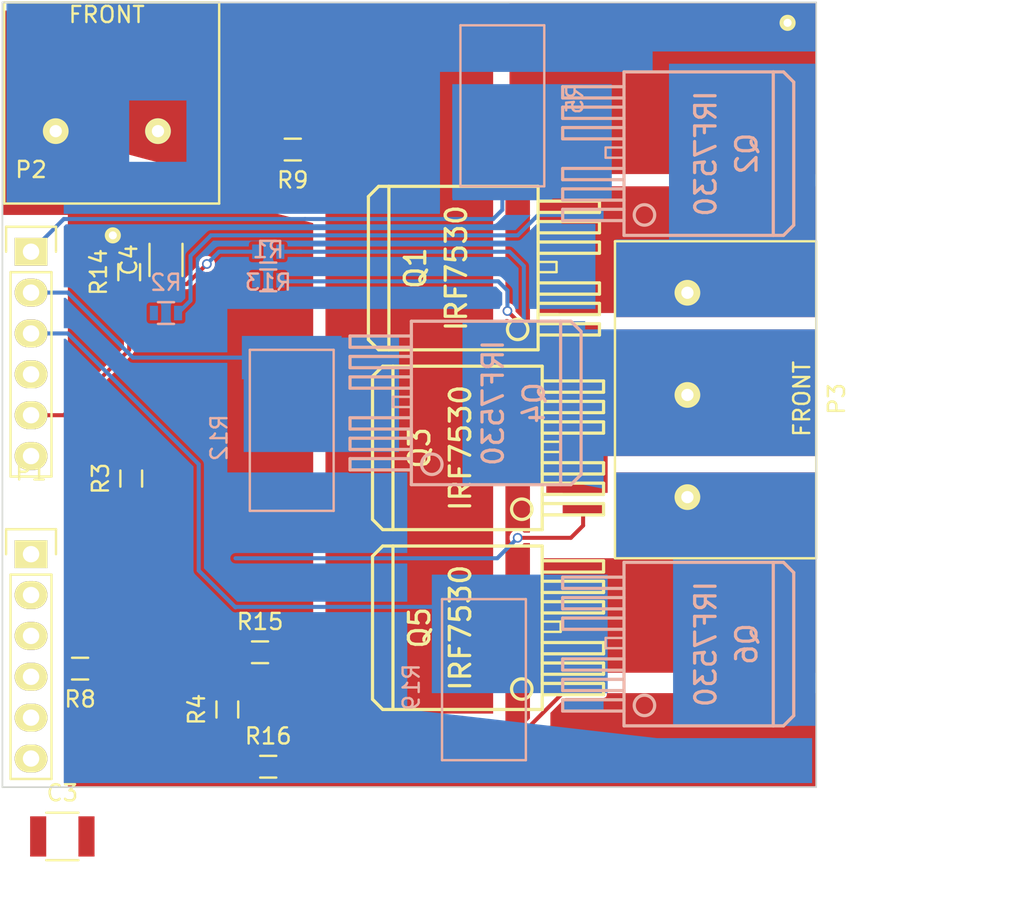
<source format=kicad_pcb>
(kicad_pcb (version 4) (host pcbnew "(2015-07-25 BZR 5993)-product")

  (general
    (links 92)
    (no_connects 41)
    (area 175.463999 32.207999 229.412001 81.076001)
    (thickness 1.6)
    (drawings 7)
    (tracks 60)
    (zones 0)
    (modules 39)
    (nets 24)
  )

  (page A4)
  (layers
    (0 F.Cu signal hide)
    (31 B.Cu signal)
    (32 B.Adhes user)
    (33 F.Adhes user)
    (34 B.Paste user)
    (35 F.Paste user)
    (36 B.SilkS user)
    (37 F.SilkS user)
    (38 B.Mask user)
    (39 F.Mask user)
    (40 Dwgs.User user)
    (41 Cmts.User user)
    (42 Eco1.User user)
    (43 Eco2.User user)
    (44 Edge.Cuts user)
    (45 Margin user)
    (46 B.CrtYd user)
    (47 F.CrtYd user)
    (48 B.Fab user)
    (49 F.Fab user)
  )

  (setup
    (last_trace_width 0.25)
    (trace_clearance 0.2)
    (zone_clearance 0)
    (zone_45_only no)
    (trace_min 0.2)
    (segment_width 0.2)
    (edge_width 0.1)
    (via_size 0.6)
    (via_drill 0.4)
    (via_min_size 0.4)
    (via_min_drill 0.3)
    (uvia_size 0.3)
    (uvia_drill 0.1)
    (uvias_allowed no)
    (uvia_min_size 0.2)
    (uvia_min_drill 0.1)
    (pcb_text_width 0.3)
    (pcb_text_size 1.5 1.5)
    (mod_edge_width 0.15)
    (mod_text_size 1 1)
    (mod_text_width 0.15)
    (pad_size 1 1)
    (pad_drill 0.5)
    (pad_to_mask_clearance 0)
    (aux_axis_origin 0 0)
    (visible_elements FFFFFF3F)
    (pcbplotparams
      (layerselection 0x00030_80000001)
      (usegerberextensions false)
      (excludeedgelayer true)
      (linewidth 0.100000)
      (plotframeref false)
      (viasonmask false)
      (mode 1)
      (useauxorigin false)
      (hpglpennumber 1)
      (hpglpenspeed 20)
      (hpglpendiameter 15)
      (hpglpenoverlay 2)
      (psnegative false)
      (psa4output false)
      (plotreference true)
      (plotvalue true)
      (plotinvisibletext false)
      (padsonsilk false)
      (subtractmaskfromsilk false)
      (outputformat 1)
      (mirror false)
      (drillshape 1)
      (scaleselection 1)
      (outputdirectory ""))
  )

  (net 0 "")
  (net 1 48V)
  (net 2 GND)
  (net 3 A_EMF)
  (net 4 B_EMF)
  (net 5 C_EMF)
  (net 6 A_HI)
  (net 7 A_LO)
  (net 8 B_HI)
  (net 9 B_LO)
  (net 10 C_HI)
  (net 11 C_LO)
  (net 12 A_CUR)
  (net 13 B_CUR)
  (net 14 C_CUR)
  (net 15 MOTOR_C)
  (net 16 MOTOR_B)
  (net 17 MOTOR_A)
  (net 18 "Net-(Q1-Pad1)")
  (net 19 "Net-(Q2-Pad1)")
  (net 20 "Net-(Q3-Pad1)")
  (net 21 "Net-(Q4-Pad1)")
  (net 22 "Net-(Q5-Pad1)")
  (net 23 "Net-(Q6-Pad1)")

  (net_class Default "This is the default net class."
    (clearance 0.2)
    (trace_width 0.25)
    (via_dia 0.6)
    (via_drill 0.4)
    (uvia_dia 0.3)
    (uvia_drill 0.1)
    (add_net 48V)
    (add_net A_CUR)
    (add_net A_EMF)
    (add_net A_HI)
    (add_net A_LO)
    (add_net B_CUR)
    (add_net B_EMF)
    (add_net B_HI)
    (add_net B_LO)
    (add_net C_CUR)
    (add_net C_EMF)
    (add_net C_HI)
    (add_net C_LO)
    (add_net GND)
    (add_net MOTOR_A)
    (add_net MOTOR_B)
    (add_net MOTOR_C)
    (add_net "Net-(Q1-Pad1)")
    (add_net "Net-(Q2-Pad1)")
    (add_net "Net-(Q3-Pad1)")
    (add_net "Net-(Q4-Pad1)")
    (add_net "Net-(Q5-Pad1)")
    (add_net "Net-(Q6-Pad1)")
  )

  (module fet-libs:hack-via (layer F.Cu) (tedit 55CBF417) (tstamp 55CBF5B3)
    (at 185.674 46.736)
    (fp_text reference REF** (at -3.302 -1.397) (layer F.SilkS) hide
      (effects (font (size 1 1) (thickness 0.15)))
    )
    (fp_text value hack-via (at 0.127 1.778) (layer F.Fab) hide
      (effects (font (size 1 1) (thickness 0.15)))
    )
    (pad 1 thru_hole circle (at 0 0) (size 1 1) (drill 0.5) (layers *.Cu *.Mask F.SilkS)
      (net 2 GND))
  )

  (module Capacitors_SMD:C_1210 (layer F.Cu) (tedit 5415D85D) (tstamp 55CBE282)
    (at 150.787001 115.599)
    (descr "Capacitor SMD 1210, reflow soldering, AVX (see smccp.pdf)")
    (tags "capacitor 1210")
    (path /55CBAB79)
    (attr smd)
    (fp_text reference C1 (at 0 -2.7) (layer F.SilkS)
      (effects (font (size 1 1) (thickness 0.15)))
    )
    (fp_text value 2.2u (at 0 2.7) (layer F.Fab)
      (effects (font (size 1 1) (thickness 0.15)))
    )
    (fp_line (start -2.3 -1.6) (end 2.3 -1.6) (layer F.CrtYd) (width 0.05))
    (fp_line (start -2.3 1.6) (end 2.3 1.6) (layer F.CrtYd) (width 0.05))
    (fp_line (start -2.3 -1.6) (end -2.3 1.6) (layer F.CrtYd) (width 0.05))
    (fp_line (start 2.3 -1.6) (end 2.3 1.6) (layer F.CrtYd) (width 0.05))
    (fp_line (start 1 -1.475) (end -1 -1.475) (layer F.SilkS) (width 0.15))
    (fp_line (start -1 1.475) (end 1 1.475) (layer F.SilkS) (width 0.15))
    (pad 1 smd rect (at -1.5 0) (size 1 2.5) (layers F.Cu F.Paste F.Mask)
      (net 1 48V))
    (pad 2 smd rect (at 1.5 0) (size 1 2.5) (layers F.Cu F.Paste F.Mask)
      (net 2 GND))
    (model Capacitors_SMD.3dshapes/C_1210.wrl
      (at (xyz 0 0 0))
      (scale (xyz 1 1 1))
      (rotate (xyz 0 0 0))
    )
  )

  (module Capacitors_SMD:C_1206 (layer F.Cu) (tedit 5415D7BD) (tstamp 55CBE288)
    (at 176.827001 105.489)
    (descr "Capacitor SMD 1206, reflow soldering, AVX (see smccp.pdf)")
    (tags "capacitor 1206")
    (path /55CBB196)
    (attr smd)
    (fp_text reference C2 (at 0 -2.3) (layer F.SilkS)
      (effects (font (size 1 1) (thickness 0.15)))
    )
    (fp_text value .1u (at 0 2.3) (layer F.Fab)
      (effects (font (size 1 1) (thickness 0.15)))
    )
    (fp_line (start -2.3 -1.15) (end 2.3 -1.15) (layer F.CrtYd) (width 0.05))
    (fp_line (start -2.3 1.15) (end 2.3 1.15) (layer F.CrtYd) (width 0.05))
    (fp_line (start -2.3 -1.15) (end -2.3 1.15) (layer F.CrtYd) (width 0.05))
    (fp_line (start 2.3 -1.15) (end 2.3 1.15) (layer F.CrtYd) (width 0.05))
    (fp_line (start 1 -1.025) (end -1 -1.025) (layer F.SilkS) (width 0.15))
    (fp_line (start -1 1.025) (end 1 1.025) (layer F.SilkS) (width 0.15))
    (pad 1 smd rect (at -1.5 0) (size 1 1.6) (layers F.Cu F.Paste F.Mask)
      (net 3 A_EMF))
    (pad 2 smd rect (at 1.5 0) (size 1 1.6) (layers F.Cu F.Paste F.Mask)
      (net 2 GND))
    (model Capacitors_SMD.3dshapes/C_1206.wrl
      (at (xyz 0 0 0))
      (scale (xyz 1 1 1))
      (rotate (xyz 0 0 0))
    )
  )

  (module Capacitors_SMD:C_1210 (layer F.Cu) (tedit 5415D85D) (tstamp 55CBE28E)
    (at 182.537001 84.089)
    (descr "Capacitor SMD 1210, reflow soldering, AVX (see smccp.pdf)")
    (tags "capacitor 1210")
    (path /55CBCACC)
    (attr smd)
    (fp_text reference C3 (at 0 -2.7) (layer F.SilkS)
      (effects (font (size 1 1) (thickness 0.15)))
    )
    (fp_text value 2.2u (at 0 2.7) (layer F.Fab)
      (effects (font (size 1 1) (thickness 0.15)))
    )
    (fp_line (start -2.3 -1.6) (end 2.3 -1.6) (layer F.CrtYd) (width 0.05))
    (fp_line (start -2.3 1.6) (end 2.3 1.6) (layer F.CrtYd) (width 0.05))
    (fp_line (start -2.3 -1.6) (end -2.3 1.6) (layer F.CrtYd) (width 0.05))
    (fp_line (start 2.3 -1.6) (end 2.3 1.6) (layer F.CrtYd) (width 0.05))
    (fp_line (start 1 -1.475) (end -1 -1.475) (layer F.SilkS) (width 0.15))
    (fp_line (start -1 1.475) (end 1 1.475) (layer F.SilkS) (width 0.15))
    (pad 1 smd rect (at -1.5 0) (size 1 2.5) (layers F.Cu F.Paste F.Mask)
      (net 1 48V))
    (pad 2 smd rect (at 1.5 0) (size 1 2.5) (layers F.Cu F.Paste F.Mask)
      (net 2 GND))
    (model Capacitors_SMD.3dshapes/C_1210.wrl
      (at (xyz 0 0 0))
      (scale (xyz 1 1 1))
      (rotate (xyz 0 0 0))
    )
  )

  (module Capacitors_SMD:C_1206 (layer F.Cu) (tedit 5415D7BD) (tstamp 55CBE294)
    (at 188.976 48.26 90)
    (descr "Capacitor SMD 1206, reflow soldering, AVX (see smccp.pdf)")
    (tags "capacitor 1206")
    (path /55CBCAF4)
    (attr smd)
    (fp_text reference C4 (at 0 -2.3 90) (layer F.SilkS)
      (effects (font (size 1 1) (thickness 0.15)))
    )
    (fp_text value .1u (at 0 2.3 90) (layer F.Fab)
      (effects (font (size 1 1) (thickness 0.15)))
    )
    (fp_line (start -2.3 -1.15) (end 2.3 -1.15) (layer F.CrtYd) (width 0.05))
    (fp_line (start -2.3 1.15) (end 2.3 1.15) (layer F.CrtYd) (width 0.05))
    (fp_line (start -2.3 -1.15) (end -2.3 1.15) (layer F.CrtYd) (width 0.05))
    (fp_line (start 2.3 -1.15) (end 2.3 1.15) (layer F.CrtYd) (width 0.05))
    (fp_line (start 1 -1.025) (end -1 -1.025) (layer F.SilkS) (width 0.15))
    (fp_line (start -1 1.025) (end 1 1.025) (layer F.SilkS) (width 0.15))
    (pad 1 smd rect (at -1.5 0 90) (size 1 1.6) (layers F.Cu F.Paste F.Mask)
      (net 4 B_EMF))
    (pad 2 smd rect (at 1.5 0 90) (size 1 1.6) (layers F.Cu F.Paste F.Mask)
      (net 2 GND))
    (model Capacitors_SMD.3dshapes/C_1206.wrl
      (at (xyz 0 0 0))
      (scale (xyz 1 1 1))
      (rotate (xyz 0 0 0))
    )
  )

  (module Capacitors_SMD:C_1210 (layer F.Cu) (tedit 5415D85D) (tstamp 55CBE29A)
    (at 171.777001 99.189)
    (descr "Capacitor SMD 1210, reflow soldering, AVX (see smccp.pdf)")
    (tags "capacitor 1210")
    (path /55CBD15E)
    (attr smd)
    (fp_text reference C5 (at 0 -2.7) (layer F.SilkS)
      (effects (font (size 1 1) (thickness 0.15)))
    )
    (fp_text value 2.2u (at 0 2.7) (layer F.Fab)
      (effects (font (size 1 1) (thickness 0.15)))
    )
    (fp_line (start -2.3 -1.6) (end 2.3 -1.6) (layer F.CrtYd) (width 0.05))
    (fp_line (start -2.3 1.6) (end 2.3 1.6) (layer F.CrtYd) (width 0.05))
    (fp_line (start -2.3 -1.6) (end -2.3 1.6) (layer F.CrtYd) (width 0.05))
    (fp_line (start 2.3 -1.6) (end 2.3 1.6) (layer F.CrtYd) (width 0.05))
    (fp_line (start 1 -1.475) (end -1 -1.475) (layer F.SilkS) (width 0.15))
    (fp_line (start -1 1.475) (end 1 1.475) (layer F.SilkS) (width 0.15))
    (pad 1 smd rect (at -1.5 0) (size 1 2.5) (layers F.Cu F.Paste F.Mask)
      (net 1 48V))
    (pad 2 smd rect (at 1.5 0) (size 1 2.5) (layers F.Cu F.Paste F.Mask)
      (net 2 GND))
    (model Capacitors_SMD.3dshapes/C_1210.wrl
      (at (xyz 0 0 0))
      (scale (xyz 1 1 1))
      (rotate (xyz 0 0 0))
    )
  )

  (module Capacitors_SMD:C_1206 (layer F.Cu) (tedit 5415D7BD) (tstamp 55CBE2A0)
    (at 176.827001 98.789)
    (descr "Capacitor SMD 1206, reflow soldering, AVX (see smccp.pdf)")
    (tags "capacitor 1206")
    (path /55CBD186)
    (attr smd)
    (fp_text reference C6 (at 0 -2.3) (layer F.SilkS)
      (effects (font (size 1 1) (thickness 0.15)))
    )
    (fp_text value .1u (at 0 2.3) (layer F.Fab)
      (effects (font (size 1 1) (thickness 0.15)))
    )
    (fp_line (start -2.3 -1.15) (end 2.3 -1.15) (layer F.CrtYd) (width 0.05))
    (fp_line (start -2.3 1.15) (end 2.3 1.15) (layer F.CrtYd) (width 0.05))
    (fp_line (start -2.3 -1.15) (end -2.3 1.15) (layer F.CrtYd) (width 0.05))
    (fp_line (start 2.3 -1.15) (end 2.3 1.15) (layer F.CrtYd) (width 0.05))
    (fp_line (start 1 -1.025) (end -1 -1.025) (layer F.SilkS) (width 0.15))
    (fp_line (start -1 1.025) (end 1 1.025) (layer F.SilkS) (width 0.15))
    (pad 1 smd rect (at -1.5 0) (size 1 1.6) (layers F.Cu F.Paste F.Mask)
      (net 5 C_EMF))
    (pad 2 smd rect (at 1.5 0) (size 1 1.6) (layers F.Cu F.Paste F.Mask)
      (net 2 GND))
    (model Capacitors_SMD.3dshapes/C_1206.wrl
      (at (xyz 0 0 0))
      (scale (xyz 1 1 1))
      (rotate (xyz 0 0 0))
    )
  )

  (module Pin_Headers:Pin_Header_Straight_1x06 (layer F.Cu) (tedit 0) (tstamp 55CBE2AA)
    (at 180.594 66.548)
    (descr "Through hole pin header")
    (tags "pin header")
    (path /55CBFE69)
    (fp_text reference P1 (at 0 -5.1) (layer F.SilkS)
      (effects (font (size 1 1) (thickness 0.15)))
    )
    (fp_text value CONN_01X06 (at 0 -3.1) (layer F.Fab)
      (effects (font (size 1 1) (thickness 0.15)))
    )
    (fp_line (start -1.75 -1.75) (end -1.75 14.45) (layer F.CrtYd) (width 0.05))
    (fp_line (start 1.75 -1.75) (end 1.75 14.45) (layer F.CrtYd) (width 0.05))
    (fp_line (start -1.75 -1.75) (end 1.75 -1.75) (layer F.CrtYd) (width 0.05))
    (fp_line (start -1.75 14.45) (end 1.75 14.45) (layer F.CrtYd) (width 0.05))
    (fp_line (start 1.27 1.27) (end 1.27 13.97) (layer F.SilkS) (width 0.15))
    (fp_line (start 1.27 13.97) (end -1.27 13.97) (layer F.SilkS) (width 0.15))
    (fp_line (start -1.27 13.97) (end -1.27 1.27) (layer F.SilkS) (width 0.15))
    (fp_line (start 1.55 -1.55) (end 1.55 0) (layer F.SilkS) (width 0.15))
    (fp_line (start 1.27 1.27) (end -1.27 1.27) (layer F.SilkS) (width 0.15))
    (fp_line (start -1.55 0) (end -1.55 -1.55) (layer F.SilkS) (width 0.15))
    (fp_line (start -1.55 -1.55) (end 1.55 -1.55) (layer F.SilkS) (width 0.15))
    (pad 1 thru_hole rect (at 0 0) (size 2.032 1.7272) (drill 1.016) (layers *.Cu *.Mask F.SilkS)
      (net 6 A_HI))
    (pad 2 thru_hole oval (at 0 2.54) (size 2.032 1.7272) (drill 1.016) (layers *.Cu *.Mask F.SilkS)
      (net 7 A_LO))
    (pad 3 thru_hole oval (at 0 5.08) (size 2.032 1.7272) (drill 1.016) (layers *.Cu *.Mask F.SilkS)
      (net 8 B_HI))
    (pad 4 thru_hole oval (at 0 7.62) (size 2.032 1.7272) (drill 1.016) (layers *.Cu *.Mask F.SilkS)
      (net 9 B_LO))
    (pad 5 thru_hole oval (at 0 10.16) (size 2.032 1.7272) (drill 1.016) (layers *.Cu *.Mask F.SilkS)
      (net 10 C_HI))
    (pad 6 thru_hole oval (at 0 12.7) (size 2.032 1.7272) (drill 1.016) (layers *.Cu *.Mask F.SilkS)
      (net 11 C_LO))
    (model Pin_Headers.3dshapes/Pin_Header_Straight_1x06.wrl
      (at (xyz 0 -0.25 0))
      (scale (xyz 1 1 1))
      (rotate (xyz 0 0 90))
    )
  )

  (module Pin_Headers:Pin_Header_Straight_1x06 (layer F.Cu) (tedit 0) (tstamp 55CBE2B4)
    (at 180.594 47.752)
    (descr "Through hole pin header")
    (tags "pin header")
    (path /55CC00FA)
    (fp_text reference P2 (at 0 -5.1) (layer F.SilkS)
      (effects (font (size 1 1) (thickness 0.15)))
    )
    (fp_text value CONN_01X06 (at 0 -3.1) (layer F.Fab)
      (effects (font (size 1 1) (thickness 0.15)))
    )
    (fp_line (start -1.75 -1.75) (end -1.75 14.45) (layer F.CrtYd) (width 0.05))
    (fp_line (start 1.75 -1.75) (end 1.75 14.45) (layer F.CrtYd) (width 0.05))
    (fp_line (start -1.75 -1.75) (end 1.75 -1.75) (layer F.CrtYd) (width 0.05))
    (fp_line (start -1.75 14.45) (end 1.75 14.45) (layer F.CrtYd) (width 0.05))
    (fp_line (start 1.27 1.27) (end 1.27 13.97) (layer F.SilkS) (width 0.15))
    (fp_line (start 1.27 13.97) (end -1.27 13.97) (layer F.SilkS) (width 0.15))
    (fp_line (start -1.27 13.97) (end -1.27 1.27) (layer F.SilkS) (width 0.15))
    (fp_line (start 1.55 -1.55) (end 1.55 0) (layer F.SilkS) (width 0.15))
    (fp_line (start 1.27 1.27) (end -1.27 1.27) (layer F.SilkS) (width 0.15))
    (fp_line (start -1.55 0) (end -1.55 -1.55) (layer F.SilkS) (width 0.15))
    (fp_line (start -1.55 -1.55) (end 1.55 -1.55) (layer F.SilkS) (width 0.15))
    (pad 1 thru_hole rect (at 0 0) (size 2.032 1.7272) (drill 1.016) (layers *.Cu *.Mask F.SilkS)
      (net 12 A_CUR))
    (pad 2 thru_hole oval (at 0 2.54) (size 2.032 1.7272) (drill 1.016) (layers *.Cu *.Mask F.SilkS)
      (net 13 B_CUR))
    (pad 3 thru_hole oval (at 0 5.08) (size 2.032 1.7272) (drill 1.016) (layers *.Cu *.Mask F.SilkS)
      (net 14 C_CUR))
    (pad 4 thru_hole oval (at 0 7.62) (size 2.032 1.7272) (drill 1.016) (layers *.Cu *.Mask F.SilkS)
      (net 3 A_EMF))
    (pad 5 thru_hole oval (at 0 10.16) (size 2.032 1.7272) (drill 1.016) (layers *.Cu *.Mask F.SilkS)
      (net 4 B_EMF))
    (pad 6 thru_hole oval (at 0 12.7) (size 2.032 1.7272) (drill 1.016) (layers *.Cu *.Mask F.SilkS)
      (net 5 C_EMF))
    (model Pin_Headers.3dshapes/Pin_Header_Straight_1x06.wrl
      (at (xyz 0 -0.25 0))
      (scale (xyz 1 1 1))
      (rotate (xyz 0 0 90))
    )
  )

  (module fet-libs:OSTT7030150 (layer F.Cu) (tedit 55CBA3BF) (tstamp 55CBE2C0)
    (at 229.362 66.802 90)
    (path /55CBF6A3)
    (fp_text reference P3 (at 9.906 1.27 90) (layer F.SilkS)
      (effects (font (size 1 1) (thickness 0.15)))
    )
    (fp_text value CONN_01X03 (at 9.906 2.54 90) (layer F.Fab)
      (effects (font (size 1 1) (thickness 0.15)))
    )
    (fp_text user FRONT (at 9.906 -0.889 90) (layer F.SilkS)
      (effects (font (size 1 1) (thickness 0.15)))
    )
    (fp_line (start 0 0) (end 19.7 0) (layer F.SilkS) (width 0.15))
    (fp_line (start 19.7 0) (end 19.7 -12.5) (layer F.SilkS) (width 0.15))
    (fp_line (start 0 -12.5) (end 19.7 -12.5) (layer F.SilkS) (width 0.15))
    (fp_line (start 0 -12.5) (end 0 0) (layer F.SilkS) (width 0.15))
    (pad 1 thru_hole circle (at 3.8 -8 90) (size 1.6 1.6) (drill 0.762) (layers *.Cu *.Mask F.SilkS)
      (net 15 MOTOR_C))
    (pad 2 thru_hole circle (at 10.15 -8 90) (size 1.6 1.6) (drill 0.762) (layers *.Cu *.Mask F.SilkS)
      (net 16 MOTOR_B))
    (pad 3 thru_hole circle (at 16.5 -8 90) (size 1.6 1.6) (drill 0.762) (layers *.Cu *.Mask F.SilkS)
      (net 17 MOTOR_A))
  )

  (module fet-libs:OSTT7020150 (layer F.Cu) (tedit 55CBA339) (tstamp 55CBE2CB)
    (at 192.278 32.258 180)
    (path /55CBFA16)
    (fp_text reference P4 (at 5.969 1.397 180) (layer F.SilkS)
      (effects (font (size 1 1) (thickness 0.15)))
    )
    (fp_text value CONN_01X02 (at 5.969 2.667 180) (layer F.Fab)
      (effects (font (size 1 1) (thickness 0.15)))
    )
    (fp_text user FRONT (at 6.985 -0.762 180) (layer F.SilkS)
      (effects (font (size 1 1) (thickness 0.15)))
    )
    (fp_line (start 0 0) (end 13.35 0) (layer F.SilkS) (width 0.15))
    (fp_line (start 13.35 0) (end 13.35 -12.5) (layer F.SilkS) (width 0.15))
    (fp_line (start 0 -12.5) (end 13.35 -12.5) (layer F.SilkS) (width 0.15))
    (fp_line (start 0 -12.5) (end 0 0) (layer F.SilkS) (width 0.15))
    (pad 1 thru_hole circle (at 3.8 -8 180) (size 1.6 1.6) (drill 0.762) (layers *.Cu *.Mask F.SilkS)
      (net 1 48V))
    (pad 2 thru_hole circle (at 10.15 -8 180) (size 1.6 1.6) (drill 0.762) (layers *.Cu *.Mask F.SilkS)
      (net 2 GND))
  )

  (module fet-libs:D2PAK-7 (layer F.Cu) (tedit 55CB9295) (tstamp 55CBE2F5)
    (at 214.63 48.768 90)
    (path /55CBA294)
    (attr smd)
    (fp_text reference Q1 (at 0 -10.16 90) (layer F.SilkS)
      (effects (font (size 1.27 1.27) (thickness 0.2)))
    )
    (fp_text value IRF7530 (at 0 -7.62 90) (layer F.SilkS)
      (effects (font (size 1.27 1.27) (thickness 0.2)))
    )
    (fp_line (start -0.254 -1.397) (end -0.254 -2.54) (layer F.SilkS) (width 0.15))
    (fp_line (start 0.381 -1.397) (end 0.381 -2.54) (layer F.SilkS) (width 0.15))
    (fp_line (start -0.254 -1.397) (end 0.381 -1.397) (layer F.SilkS) (width 0.15))
    (fp_line (start 3.46 -2.54) (end 3.46 1.27) (layer F.SilkS) (width 0.2))
    (fp_line (start 3.46 1.27) (end 4.16 1.27) (layer F.SilkS) (width 0.2))
    (fp_line (start 4.16 1.27) (end 4.16 -2.54) (layer F.SilkS) (width 0.2))
    (fp_line (start 2.19 -2.54) (end 2.19 1.27) (layer F.SilkS) (width 0.2))
    (fp_line (start 2.19 1.27) (end 2.89 1.27) (layer F.SilkS) (width 0.2))
    (fp_line (start 2.89 1.27) (end 2.89 -2.54) (layer F.SilkS) (width 0.2))
    (fp_line (start 0.92 -2.54) (end 0.92 1.27) (layer F.SilkS) (width 0.2))
    (fp_line (start 0.92 1.27) (end 1.62 1.27) (layer F.SilkS) (width 0.2))
    (fp_line (start 1.62 1.27) (end 1.62 -2.54) (layer F.SilkS) (width 0.2))
    (fp_line (start -1.62 -2.54) (end -1.62 1.27) (layer F.SilkS) (width 0.2))
    (fp_line (start -1.62 1.27) (end -0.92 1.27) (layer F.SilkS) (width 0.2))
    (fp_line (start -0.92 1.27) (end -0.92 -2.54) (layer F.SilkS) (width 0.2))
    (fp_line (start -2.89 -2.54) (end -2.89 1.27) (layer F.SilkS) (width 0.2))
    (fp_line (start -2.89 1.27) (end -2.19 1.27) (layer F.SilkS) (width 0.2))
    (fp_line (start -2.19 1.27) (end -2.19 -2.54) (layer F.SilkS) (width 0.2))
    (fp_line (start -4.16 -2.54) (end -4.16 1.27) (layer F.SilkS) (width 0.2))
    (fp_line (start -4.16 1.27) (end -3.46 1.27) (layer F.SilkS) (width 0.2))
    (fp_line (start -3.46 1.27) (end -3.46 -2.54) (layer F.SilkS) (width 0.2))
    (fp_circle (center -3.81 -3.81) (end -4.445 -3.81) (layer F.SilkS) (width 0.2))
    (fp_line (start -5.08 -11.811) (end -5.08 -12.446) (layer F.SilkS) (width 0.2))
    (fp_line (start -5.08 -12.446) (end -4.445 -13.081) (layer F.SilkS) (width 0.2))
    (fp_line (start -4.445 -13.081) (end 4.445 -13.081) (layer F.SilkS) (width 0.2))
    (fp_line (start 4.445 -13.081) (end 5.08 -12.446) (layer F.SilkS) (width 0.2))
    (fp_line (start 5.08 -12.446) (end 5.08 -11.811) (layer F.SilkS) (width 0.2))
    (fp_line (start -5.08 -2.54) (end 5.08 -2.54) (layer F.SilkS) (width 0.2))
    (fp_line (start 5.08 -2.54) (end 5.08 -11.811) (layer F.SilkS) (width 0.2))
    (fp_line (start 5.08 -11.811) (end -5.08 -11.811) (layer F.SilkS) (width 0.2))
    (fp_line (start -5.08 -11.811) (end -5.08 -2.54) (layer F.SilkS) (width 0.2))
    (pad 4 smd rect (at 0 -9.525 90) (size 10.16 7.62) (layers F.Cu F.Paste F.Mask)
      (net 1 48V))
    (pad 1 smd rect (at -3.81 0 90) (size 0.7 2.54) (layers F.Cu F.Paste F.Mask)
      (net 18 "Net-(Q1-Pad1)"))
    (pad 2 smd rect (at -2.54 0 90) (size 0.7 2.54) (layers F.Cu F.Paste F.Mask)
      (net 17 MOTOR_A))
    (pad 3 smd rect (at -1.27 0 90) (size 0.7 2.54) (layers F.Cu F.Paste F.Mask)
      (net 17 MOTOR_A))
    (pad 5 smd rect (at 1.27 0 90) (size 0.7 2.54) (layers F.Cu F.Paste F.Mask)
      (net 17 MOTOR_A))
    (pad 6 smd rect (at 2.54 0 90) (size 0.7 2.54) (layers F.Cu F.Paste F.Mask)
      (net 17 MOTOR_A))
    (pad 7 smd rect (at 3.81 0 90) (size 0.7 2.54) (layers F.Cu F.Paste F.Mask)
      (net 17 MOTOR_A))
  )

  (module fet-libs:D2PAK-7 (layer B.Cu) (tedit 55CB9295) (tstamp 55CBE31F)
    (at 214.884 41.656 90)
    (path /55CBA403)
    (attr smd)
    (fp_text reference Q2 (at 0 10.16 90) (layer B.SilkS)
      (effects (font (size 1.27 1.27) (thickness 0.2)) (justify mirror))
    )
    (fp_text value IRF7530 (at 0 7.62 90) (layer B.SilkS)
      (effects (font (size 1.27 1.27) (thickness 0.2)) (justify mirror))
    )
    (fp_line (start -0.254 1.397) (end -0.254 2.54) (layer B.SilkS) (width 0.15))
    (fp_line (start 0.381 1.397) (end 0.381 2.54) (layer B.SilkS) (width 0.15))
    (fp_line (start -0.254 1.397) (end 0.381 1.397) (layer B.SilkS) (width 0.15))
    (fp_line (start 3.46 2.54) (end 3.46 -1.27) (layer B.SilkS) (width 0.2))
    (fp_line (start 3.46 -1.27) (end 4.16 -1.27) (layer B.SilkS) (width 0.2))
    (fp_line (start 4.16 -1.27) (end 4.16 2.54) (layer B.SilkS) (width 0.2))
    (fp_line (start 2.19 2.54) (end 2.19 -1.27) (layer B.SilkS) (width 0.2))
    (fp_line (start 2.19 -1.27) (end 2.89 -1.27) (layer B.SilkS) (width 0.2))
    (fp_line (start 2.89 -1.27) (end 2.89 2.54) (layer B.SilkS) (width 0.2))
    (fp_line (start 0.92 2.54) (end 0.92 -1.27) (layer B.SilkS) (width 0.2))
    (fp_line (start 0.92 -1.27) (end 1.62 -1.27) (layer B.SilkS) (width 0.2))
    (fp_line (start 1.62 -1.27) (end 1.62 2.54) (layer B.SilkS) (width 0.2))
    (fp_line (start -1.62 2.54) (end -1.62 -1.27) (layer B.SilkS) (width 0.2))
    (fp_line (start -1.62 -1.27) (end -0.92 -1.27) (layer B.SilkS) (width 0.2))
    (fp_line (start -0.92 -1.27) (end -0.92 2.54) (layer B.SilkS) (width 0.2))
    (fp_line (start -2.89 2.54) (end -2.89 -1.27) (layer B.SilkS) (width 0.2))
    (fp_line (start -2.89 -1.27) (end -2.19 -1.27) (layer B.SilkS) (width 0.2))
    (fp_line (start -2.19 -1.27) (end -2.19 2.54) (layer B.SilkS) (width 0.2))
    (fp_line (start -4.16 2.54) (end -4.16 -1.27) (layer B.SilkS) (width 0.2))
    (fp_line (start -4.16 -1.27) (end -3.46 -1.27) (layer B.SilkS) (width 0.2))
    (fp_line (start -3.46 -1.27) (end -3.46 2.54) (layer B.SilkS) (width 0.2))
    (fp_circle (center -3.81 3.81) (end -4.445 3.81) (layer B.SilkS) (width 0.2))
    (fp_line (start -5.08 11.811) (end -5.08 12.446) (layer B.SilkS) (width 0.2))
    (fp_line (start -5.08 12.446) (end -4.445 13.081) (layer B.SilkS) (width 0.2))
    (fp_line (start -4.445 13.081) (end 4.445 13.081) (layer B.SilkS) (width 0.2))
    (fp_line (start 4.445 13.081) (end 5.08 12.446) (layer B.SilkS) (width 0.2))
    (fp_line (start 5.08 12.446) (end 5.08 11.811) (layer B.SilkS) (width 0.2))
    (fp_line (start -5.08 2.54) (end 5.08 2.54) (layer B.SilkS) (width 0.2))
    (fp_line (start 5.08 2.54) (end 5.08 11.811) (layer B.SilkS) (width 0.2))
    (fp_line (start 5.08 11.811) (end -5.08 11.811) (layer B.SilkS) (width 0.2))
    (fp_line (start -5.08 11.811) (end -5.08 2.54) (layer B.SilkS) (width 0.2))
    (pad 4 smd rect (at 0 9.525 90) (size 10.16 7.62) (layers B.Cu B.Paste B.Mask)
      (net 17 MOTOR_A))
    (pad 1 smd rect (at -3.81 0 90) (size 0.7 2.54) (layers B.Cu B.Paste B.Mask)
      (net 19 "Net-(Q2-Pad1)"))
    (pad 2 smd rect (at -2.54 0 90) (size 0.7 2.54) (layers B.Cu B.Paste B.Mask)
      (net 12 A_CUR))
    (pad 3 smd rect (at -1.27 0 90) (size 0.7 2.54) (layers B.Cu B.Paste B.Mask)
      (net 12 A_CUR))
    (pad 5 smd rect (at 1.27 0 90) (size 0.7 2.54) (layers B.Cu B.Paste B.Mask)
      (net 12 A_CUR))
    (pad 6 smd rect (at 2.54 0 90) (size 0.7 2.54) (layers B.Cu B.Paste B.Mask)
      (net 12 A_CUR))
    (pad 7 smd rect (at 3.81 0 90) (size 0.7 2.54) (layers B.Cu B.Paste B.Mask)
      (net 12 A_CUR))
  )

  (module fet-libs:D2PAK-7 (layer F.Cu) (tedit 55CB9295) (tstamp 55CBE349)
    (at 214.884 59.944 90)
    (path /55CBCA6D)
    (attr smd)
    (fp_text reference Q3 (at 0 -10.16 90) (layer F.SilkS)
      (effects (font (size 1.27 1.27) (thickness 0.2)))
    )
    (fp_text value IRF7530 (at 0 -7.62 90) (layer F.SilkS)
      (effects (font (size 1.27 1.27) (thickness 0.2)))
    )
    (fp_line (start -0.254 -1.397) (end -0.254 -2.54) (layer F.SilkS) (width 0.15))
    (fp_line (start 0.381 -1.397) (end 0.381 -2.54) (layer F.SilkS) (width 0.15))
    (fp_line (start -0.254 -1.397) (end 0.381 -1.397) (layer F.SilkS) (width 0.15))
    (fp_line (start 3.46 -2.54) (end 3.46 1.27) (layer F.SilkS) (width 0.2))
    (fp_line (start 3.46 1.27) (end 4.16 1.27) (layer F.SilkS) (width 0.2))
    (fp_line (start 4.16 1.27) (end 4.16 -2.54) (layer F.SilkS) (width 0.2))
    (fp_line (start 2.19 -2.54) (end 2.19 1.27) (layer F.SilkS) (width 0.2))
    (fp_line (start 2.19 1.27) (end 2.89 1.27) (layer F.SilkS) (width 0.2))
    (fp_line (start 2.89 1.27) (end 2.89 -2.54) (layer F.SilkS) (width 0.2))
    (fp_line (start 0.92 -2.54) (end 0.92 1.27) (layer F.SilkS) (width 0.2))
    (fp_line (start 0.92 1.27) (end 1.62 1.27) (layer F.SilkS) (width 0.2))
    (fp_line (start 1.62 1.27) (end 1.62 -2.54) (layer F.SilkS) (width 0.2))
    (fp_line (start -1.62 -2.54) (end -1.62 1.27) (layer F.SilkS) (width 0.2))
    (fp_line (start -1.62 1.27) (end -0.92 1.27) (layer F.SilkS) (width 0.2))
    (fp_line (start -0.92 1.27) (end -0.92 -2.54) (layer F.SilkS) (width 0.2))
    (fp_line (start -2.89 -2.54) (end -2.89 1.27) (layer F.SilkS) (width 0.2))
    (fp_line (start -2.89 1.27) (end -2.19 1.27) (layer F.SilkS) (width 0.2))
    (fp_line (start -2.19 1.27) (end -2.19 -2.54) (layer F.SilkS) (width 0.2))
    (fp_line (start -4.16 -2.54) (end -4.16 1.27) (layer F.SilkS) (width 0.2))
    (fp_line (start -4.16 1.27) (end -3.46 1.27) (layer F.SilkS) (width 0.2))
    (fp_line (start -3.46 1.27) (end -3.46 -2.54) (layer F.SilkS) (width 0.2))
    (fp_circle (center -3.81 -3.81) (end -4.445 -3.81) (layer F.SilkS) (width 0.2))
    (fp_line (start -5.08 -11.811) (end -5.08 -12.446) (layer F.SilkS) (width 0.2))
    (fp_line (start -5.08 -12.446) (end -4.445 -13.081) (layer F.SilkS) (width 0.2))
    (fp_line (start -4.445 -13.081) (end 4.445 -13.081) (layer F.SilkS) (width 0.2))
    (fp_line (start 4.445 -13.081) (end 5.08 -12.446) (layer F.SilkS) (width 0.2))
    (fp_line (start 5.08 -12.446) (end 5.08 -11.811) (layer F.SilkS) (width 0.2))
    (fp_line (start -5.08 -2.54) (end 5.08 -2.54) (layer F.SilkS) (width 0.2))
    (fp_line (start 5.08 -2.54) (end 5.08 -11.811) (layer F.SilkS) (width 0.2))
    (fp_line (start 5.08 -11.811) (end -5.08 -11.811) (layer F.SilkS) (width 0.2))
    (fp_line (start -5.08 -11.811) (end -5.08 -2.54) (layer F.SilkS) (width 0.2))
    (pad 4 smd rect (at 0 -9.525 90) (size 10.16 7.62) (layers F.Cu F.Paste F.Mask)
      (net 1 48V))
    (pad 1 smd rect (at -3.81 0 90) (size 0.7 2.54) (layers F.Cu F.Paste F.Mask)
      (net 20 "Net-(Q3-Pad1)"))
    (pad 2 smd rect (at -2.54 0 90) (size 0.7 2.54) (layers F.Cu F.Paste F.Mask)
      (net 16 MOTOR_B))
    (pad 3 smd rect (at -1.27 0 90) (size 0.7 2.54) (layers F.Cu F.Paste F.Mask)
      (net 16 MOTOR_B))
    (pad 5 smd rect (at 1.27 0 90) (size 0.7 2.54) (layers F.Cu F.Paste F.Mask)
      (net 16 MOTOR_B))
    (pad 6 smd rect (at 2.54 0 90) (size 0.7 2.54) (layers F.Cu F.Paste F.Mask)
      (net 16 MOTOR_B))
    (pad 7 smd rect (at 3.81 0 90) (size 0.7 2.54) (layers F.Cu F.Paste F.Mask)
      (net 16 MOTOR_B))
  )

  (module fet-libs:D2PAK-7 (layer B.Cu) (tedit 55CB9295) (tstamp 55CBE373)
    (at 201.676 57.15 90)
    (path /55CBCA7C)
    (attr smd)
    (fp_text reference Q4 (at 0 10.16 90) (layer B.SilkS)
      (effects (font (size 1.27 1.27) (thickness 0.2)) (justify mirror))
    )
    (fp_text value IRF7530 (at 0 7.62 90) (layer B.SilkS)
      (effects (font (size 1.27 1.27) (thickness 0.2)) (justify mirror))
    )
    (fp_line (start -0.254 1.397) (end -0.254 2.54) (layer B.SilkS) (width 0.15))
    (fp_line (start 0.381 1.397) (end 0.381 2.54) (layer B.SilkS) (width 0.15))
    (fp_line (start -0.254 1.397) (end 0.381 1.397) (layer B.SilkS) (width 0.15))
    (fp_line (start 3.46 2.54) (end 3.46 -1.27) (layer B.SilkS) (width 0.2))
    (fp_line (start 3.46 -1.27) (end 4.16 -1.27) (layer B.SilkS) (width 0.2))
    (fp_line (start 4.16 -1.27) (end 4.16 2.54) (layer B.SilkS) (width 0.2))
    (fp_line (start 2.19 2.54) (end 2.19 -1.27) (layer B.SilkS) (width 0.2))
    (fp_line (start 2.19 -1.27) (end 2.89 -1.27) (layer B.SilkS) (width 0.2))
    (fp_line (start 2.89 -1.27) (end 2.89 2.54) (layer B.SilkS) (width 0.2))
    (fp_line (start 0.92 2.54) (end 0.92 -1.27) (layer B.SilkS) (width 0.2))
    (fp_line (start 0.92 -1.27) (end 1.62 -1.27) (layer B.SilkS) (width 0.2))
    (fp_line (start 1.62 -1.27) (end 1.62 2.54) (layer B.SilkS) (width 0.2))
    (fp_line (start -1.62 2.54) (end -1.62 -1.27) (layer B.SilkS) (width 0.2))
    (fp_line (start -1.62 -1.27) (end -0.92 -1.27) (layer B.SilkS) (width 0.2))
    (fp_line (start -0.92 -1.27) (end -0.92 2.54) (layer B.SilkS) (width 0.2))
    (fp_line (start -2.89 2.54) (end -2.89 -1.27) (layer B.SilkS) (width 0.2))
    (fp_line (start -2.89 -1.27) (end -2.19 -1.27) (layer B.SilkS) (width 0.2))
    (fp_line (start -2.19 -1.27) (end -2.19 2.54) (layer B.SilkS) (width 0.2))
    (fp_line (start -4.16 2.54) (end -4.16 -1.27) (layer B.SilkS) (width 0.2))
    (fp_line (start -4.16 -1.27) (end -3.46 -1.27) (layer B.SilkS) (width 0.2))
    (fp_line (start -3.46 -1.27) (end -3.46 2.54) (layer B.SilkS) (width 0.2))
    (fp_circle (center -3.81 3.81) (end -4.445 3.81) (layer B.SilkS) (width 0.2))
    (fp_line (start -5.08 11.811) (end -5.08 12.446) (layer B.SilkS) (width 0.2))
    (fp_line (start -5.08 12.446) (end -4.445 13.081) (layer B.SilkS) (width 0.2))
    (fp_line (start -4.445 13.081) (end 4.445 13.081) (layer B.SilkS) (width 0.2))
    (fp_line (start 4.445 13.081) (end 5.08 12.446) (layer B.SilkS) (width 0.2))
    (fp_line (start 5.08 12.446) (end 5.08 11.811) (layer B.SilkS) (width 0.2))
    (fp_line (start -5.08 2.54) (end 5.08 2.54) (layer B.SilkS) (width 0.2))
    (fp_line (start 5.08 2.54) (end 5.08 11.811) (layer B.SilkS) (width 0.2))
    (fp_line (start 5.08 11.811) (end -5.08 11.811) (layer B.SilkS) (width 0.2))
    (fp_line (start -5.08 11.811) (end -5.08 2.54) (layer B.SilkS) (width 0.2))
    (pad 4 smd rect (at 0 9.525 90) (size 10.16 7.62) (layers B.Cu B.Paste B.Mask)
      (net 16 MOTOR_B))
    (pad 1 smd rect (at -3.81 0 90) (size 0.7 2.54) (layers B.Cu B.Paste B.Mask)
      (net 21 "Net-(Q4-Pad1)"))
    (pad 2 smd rect (at -2.54 0 90) (size 0.7 2.54) (layers B.Cu B.Paste B.Mask)
      (net 13 B_CUR))
    (pad 3 smd rect (at -1.27 0 90) (size 0.7 2.54) (layers B.Cu B.Paste B.Mask)
      (net 13 B_CUR))
    (pad 5 smd rect (at 1.27 0 90) (size 0.7 2.54) (layers B.Cu B.Paste B.Mask)
      (net 13 B_CUR))
    (pad 6 smd rect (at 2.54 0 90) (size 0.7 2.54) (layers B.Cu B.Paste B.Mask)
      (net 13 B_CUR))
    (pad 7 smd rect (at 3.81 0 90) (size 0.7 2.54) (layers B.Cu B.Paste B.Mask)
      (net 13 B_CUR))
  )

  (module fet-libs:D2PAK-7 (layer F.Cu) (tedit 55CB9295) (tstamp 55CBE39D)
    (at 214.884 71.12 90)
    (path /55CBD0FF)
    (attr smd)
    (fp_text reference Q5 (at 0 -10.16 90) (layer F.SilkS)
      (effects (font (size 1.27 1.27) (thickness 0.2)))
    )
    (fp_text value IRF7530 (at 0 -7.62 90) (layer F.SilkS)
      (effects (font (size 1.27 1.27) (thickness 0.2)))
    )
    (fp_line (start -0.254 -1.397) (end -0.254 -2.54) (layer F.SilkS) (width 0.15))
    (fp_line (start 0.381 -1.397) (end 0.381 -2.54) (layer F.SilkS) (width 0.15))
    (fp_line (start -0.254 -1.397) (end 0.381 -1.397) (layer F.SilkS) (width 0.15))
    (fp_line (start 3.46 -2.54) (end 3.46 1.27) (layer F.SilkS) (width 0.2))
    (fp_line (start 3.46 1.27) (end 4.16 1.27) (layer F.SilkS) (width 0.2))
    (fp_line (start 4.16 1.27) (end 4.16 -2.54) (layer F.SilkS) (width 0.2))
    (fp_line (start 2.19 -2.54) (end 2.19 1.27) (layer F.SilkS) (width 0.2))
    (fp_line (start 2.19 1.27) (end 2.89 1.27) (layer F.SilkS) (width 0.2))
    (fp_line (start 2.89 1.27) (end 2.89 -2.54) (layer F.SilkS) (width 0.2))
    (fp_line (start 0.92 -2.54) (end 0.92 1.27) (layer F.SilkS) (width 0.2))
    (fp_line (start 0.92 1.27) (end 1.62 1.27) (layer F.SilkS) (width 0.2))
    (fp_line (start 1.62 1.27) (end 1.62 -2.54) (layer F.SilkS) (width 0.2))
    (fp_line (start -1.62 -2.54) (end -1.62 1.27) (layer F.SilkS) (width 0.2))
    (fp_line (start -1.62 1.27) (end -0.92 1.27) (layer F.SilkS) (width 0.2))
    (fp_line (start -0.92 1.27) (end -0.92 -2.54) (layer F.SilkS) (width 0.2))
    (fp_line (start -2.89 -2.54) (end -2.89 1.27) (layer F.SilkS) (width 0.2))
    (fp_line (start -2.89 1.27) (end -2.19 1.27) (layer F.SilkS) (width 0.2))
    (fp_line (start -2.19 1.27) (end -2.19 -2.54) (layer F.SilkS) (width 0.2))
    (fp_line (start -4.16 -2.54) (end -4.16 1.27) (layer F.SilkS) (width 0.2))
    (fp_line (start -4.16 1.27) (end -3.46 1.27) (layer F.SilkS) (width 0.2))
    (fp_line (start -3.46 1.27) (end -3.46 -2.54) (layer F.SilkS) (width 0.2))
    (fp_circle (center -3.81 -3.81) (end -4.445 -3.81) (layer F.SilkS) (width 0.2))
    (fp_line (start -5.08 -11.811) (end -5.08 -12.446) (layer F.SilkS) (width 0.2))
    (fp_line (start -5.08 -12.446) (end -4.445 -13.081) (layer F.SilkS) (width 0.2))
    (fp_line (start -4.445 -13.081) (end 4.445 -13.081) (layer F.SilkS) (width 0.2))
    (fp_line (start 4.445 -13.081) (end 5.08 -12.446) (layer F.SilkS) (width 0.2))
    (fp_line (start 5.08 -12.446) (end 5.08 -11.811) (layer F.SilkS) (width 0.2))
    (fp_line (start -5.08 -2.54) (end 5.08 -2.54) (layer F.SilkS) (width 0.2))
    (fp_line (start 5.08 -2.54) (end 5.08 -11.811) (layer F.SilkS) (width 0.2))
    (fp_line (start 5.08 -11.811) (end -5.08 -11.811) (layer F.SilkS) (width 0.2))
    (fp_line (start -5.08 -11.811) (end -5.08 -2.54) (layer F.SilkS) (width 0.2))
    (pad 4 smd rect (at 0 -9.525 90) (size 10.16 7.62) (layers F.Cu F.Paste F.Mask)
      (net 1 48V))
    (pad 1 smd rect (at -3.81 0 90) (size 0.7 2.54) (layers F.Cu F.Paste F.Mask)
      (net 22 "Net-(Q5-Pad1)"))
    (pad 2 smd rect (at -2.54 0 90) (size 0.7 2.54) (layers F.Cu F.Paste F.Mask)
      (net 15 MOTOR_C))
    (pad 3 smd rect (at -1.27 0 90) (size 0.7 2.54) (layers F.Cu F.Paste F.Mask)
      (net 15 MOTOR_C))
    (pad 5 smd rect (at 1.27 0 90) (size 0.7 2.54) (layers F.Cu F.Paste F.Mask)
      (net 15 MOTOR_C))
    (pad 6 smd rect (at 2.54 0 90) (size 0.7 2.54) (layers F.Cu F.Paste F.Mask)
      (net 15 MOTOR_C))
    (pad 7 smd rect (at 3.81 0 90) (size 0.7 2.54) (layers F.Cu F.Paste F.Mask)
      (net 15 MOTOR_C))
  )

  (module fet-libs:D2PAK-7 (layer B.Cu) (tedit 55CB9295) (tstamp 55CBE3C7)
    (at 214.884 72.136 90)
    (path /55CBD10E)
    (attr smd)
    (fp_text reference Q6 (at 0 10.16 90) (layer B.SilkS)
      (effects (font (size 1.27 1.27) (thickness 0.2)) (justify mirror))
    )
    (fp_text value IRF7530 (at 0 7.62 90) (layer B.SilkS)
      (effects (font (size 1.27 1.27) (thickness 0.2)) (justify mirror))
    )
    (fp_line (start -0.254 1.397) (end -0.254 2.54) (layer B.SilkS) (width 0.15))
    (fp_line (start 0.381 1.397) (end 0.381 2.54) (layer B.SilkS) (width 0.15))
    (fp_line (start -0.254 1.397) (end 0.381 1.397) (layer B.SilkS) (width 0.15))
    (fp_line (start 3.46 2.54) (end 3.46 -1.27) (layer B.SilkS) (width 0.2))
    (fp_line (start 3.46 -1.27) (end 4.16 -1.27) (layer B.SilkS) (width 0.2))
    (fp_line (start 4.16 -1.27) (end 4.16 2.54) (layer B.SilkS) (width 0.2))
    (fp_line (start 2.19 2.54) (end 2.19 -1.27) (layer B.SilkS) (width 0.2))
    (fp_line (start 2.19 -1.27) (end 2.89 -1.27) (layer B.SilkS) (width 0.2))
    (fp_line (start 2.89 -1.27) (end 2.89 2.54) (layer B.SilkS) (width 0.2))
    (fp_line (start 0.92 2.54) (end 0.92 -1.27) (layer B.SilkS) (width 0.2))
    (fp_line (start 0.92 -1.27) (end 1.62 -1.27) (layer B.SilkS) (width 0.2))
    (fp_line (start 1.62 -1.27) (end 1.62 2.54) (layer B.SilkS) (width 0.2))
    (fp_line (start -1.62 2.54) (end -1.62 -1.27) (layer B.SilkS) (width 0.2))
    (fp_line (start -1.62 -1.27) (end -0.92 -1.27) (layer B.SilkS) (width 0.2))
    (fp_line (start -0.92 -1.27) (end -0.92 2.54) (layer B.SilkS) (width 0.2))
    (fp_line (start -2.89 2.54) (end -2.89 -1.27) (layer B.SilkS) (width 0.2))
    (fp_line (start -2.89 -1.27) (end -2.19 -1.27) (layer B.SilkS) (width 0.2))
    (fp_line (start -2.19 -1.27) (end -2.19 2.54) (layer B.SilkS) (width 0.2))
    (fp_line (start -4.16 2.54) (end -4.16 -1.27) (layer B.SilkS) (width 0.2))
    (fp_line (start -4.16 -1.27) (end -3.46 -1.27) (layer B.SilkS) (width 0.2))
    (fp_line (start -3.46 -1.27) (end -3.46 2.54) (layer B.SilkS) (width 0.2))
    (fp_circle (center -3.81 3.81) (end -4.445 3.81) (layer B.SilkS) (width 0.2))
    (fp_line (start -5.08 11.811) (end -5.08 12.446) (layer B.SilkS) (width 0.2))
    (fp_line (start -5.08 12.446) (end -4.445 13.081) (layer B.SilkS) (width 0.2))
    (fp_line (start -4.445 13.081) (end 4.445 13.081) (layer B.SilkS) (width 0.2))
    (fp_line (start 4.445 13.081) (end 5.08 12.446) (layer B.SilkS) (width 0.2))
    (fp_line (start 5.08 12.446) (end 5.08 11.811) (layer B.SilkS) (width 0.2))
    (fp_line (start -5.08 2.54) (end 5.08 2.54) (layer B.SilkS) (width 0.2))
    (fp_line (start 5.08 2.54) (end 5.08 11.811) (layer B.SilkS) (width 0.2))
    (fp_line (start 5.08 11.811) (end -5.08 11.811) (layer B.SilkS) (width 0.2))
    (fp_line (start -5.08 11.811) (end -5.08 2.54) (layer B.SilkS) (width 0.2))
    (pad 4 smd rect (at 0 9.525 90) (size 10.16 7.62) (layers B.Cu B.Paste B.Mask)
      (net 15 MOTOR_C))
    (pad 1 smd rect (at -3.81 0 90) (size 0.7 2.54) (layers B.Cu B.Paste B.Mask)
      (net 23 "Net-(Q6-Pad1)"))
    (pad 2 smd rect (at -2.54 0 90) (size 0.7 2.54) (layers B.Cu B.Paste B.Mask)
      (net 14 C_CUR))
    (pad 3 smd rect (at -1.27 0 90) (size 0.7 2.54) (layers B.Cu B.Paste B.Mask)
      (net 14 C_CUR))
    (pad 5 smd rect (at 1.27 0 90) (size 0.7 2.54) (layers B.Cu B.Paste B.Mask)
      (net 14 C_CUR))
    (pad 6 smd rect (at 2.54 0 90) (size 0.7 2.54) (layers B.Cu B.Paste B.Mask)
      (net 14 C_CUR))
    (pad 7 smd rect (at 3.81 0 90) (size 0.7 2.54) (layers B.Cu B.Paste B.Mask)
      (net 14 C_CUR))
  )

  (module Resistors_SMD:R_0603 (layer B.Cu) (tedit 5415CC62) (tstamp 55CBE3CD)
    (at 195.326 49.53 180)
    (descr "Resistor SMD 0603, reflow soldering, Vishay (see dcrcw.pdf)")
    (tags "resistor 0603")
    (path /55CBA955)
    (attr smd)
    (fp_text reference R1 (at 0 1.9 180) (layer B.SilkS)
      (effects (font (size 1 1) (thickness 0.15)) (justify mirror))
    )
    (fp_text value 10 (at 0 -1.9 180) (layer B.Fab)
      (effects (font (size 1 1) (thickness 0.15)) (justify mirror))
    )
    (fp_line (start -1.3 0.8) (end 1.3 0.8) (layer B.CrtYd) (width 0.05))
    (fp_line (start -1.3 -0.8) (end 1.3 -0.8) (layer B.CrtYd) (width 0.05))
    (fp_line (start -1.3 0.8) (end -1.3 -0.8) (layer B.CrtYd) (width 0.05))
    (fp_line (start 1.3 0.8) (end 1.3 -0.8) (layer B.CrtYd) (width 0.05))
    (fp_line (start 0.5 -0.675) (end -0.5 -0.675) (layer B.SilkS) (width 0.15))
    (fp_line (start -0.5 0.675) (end 0.5 0.675) (layer B.SilkS) (width 0.15))
    (pad 1 smd rect (at -0.75 0 180) (size 0.5 0.9) (layers B.Cu B.Paste B.Mask)
      (net 18 "Net-(Q1-Pad1)"))
    (pad 2 smd rect (at 0.75 0 180) (size 0.5 0.9) (layers B.Cu B.Paste B.Mask)
      (net 6 A_HI))
    (model Resistors_SMD.3dshapes/R_0603.wrl
      (at (xyz 0 0 0))
      (scale (xyz 1 1 1))
      (rotate (xyz 0 0 0))
    )
  )

  (module Resistors_SMD:R_0603 (layer B.Cu) (tedit 5415CC62) (tstamp 55CBE3D3)
    (at 188.976 51.562 180)
    (descr "Resistor SMD 0603, reflow soldering, Vishay (see dcrcw.pdf)")
    (tags "resistor 0603")
    (path /55CBA8FD)
    (attr smd)
    (fp_text reference R2 (at 0 1.9 180) (layer B.SilkS)
      (effects (font (size 1 1) (thickness 0.15)) (justify mirror))
    )
    (fp_text value 10 (at 0 -1.9 180) (layer B.Fab)
      (effects (font (size 1 1) (thickness 0.15)) (justify mirror))
    )
    (fp_line (start -1.3 0.8) (end 1.3 0.8) (layer B.CrtYd) (width 0.05))
    (fp_line (start -1.3 -0.8) (end 1.3 -0.8) (layer B.CrtYd) (width 0.05))
    (fp_line (start -1.3 0.8) (end -1.3 -0.8) (layer B.CrtYd) (width 0.05))
    (fp_line (start 1.3 0.8) (end 1.3 -0.8) (layer B.CrtYd) (width 0.05))
    (fp_line (start 0.5 -0.675) (end -0.5 -0.675) (layer B.SilkS) (width 0.15))
    (fp_line (start -0.5 0.675) (end 0.5 0.675) (layer B.SilkS) (width 0.15))
    (pad 1 smd rect (at -0.75 0 180) (size 0.5 0.9) (layers B.Cu B.Paste B.Mask)
      (net 19 "Net-(Q2-Pad1)"))
    (pad 2 smd rect (at 0.75 0 180) (size 0.5 0.9) (layers B.Cu B.Paste B.Mask)
      (net 7 A_LO))
    (model Resistors_SMD.3dshapes/R_0603.wrl
      (at (xyz 0 0 0))
      (scale (xyz 1 1 1))
      (rotate (xyz 0 0 0))
    )
  )

  (module Resistors_SMD:R_0603 (layer F.Cu) (tedit 5415CC62) (tstamp 55CBE3D9)
    (at 186.817 61.849 90)
    (descr "Resistor SMD 0603, reflow soldering, Vishay (see dcrcw.pdf)")
    (tags "resistor 0603")
    (path /55CBA74A)
    (attr smd)
    (fp_text reference R3 (at 0 -1.9 90) (layer F.SilkS)
      (effects (font (size 1 1) (thickness 0.15)))
    )
    (fp_text value 10K (at 0 1.9 90) (layer F.Fab)
      (effects (font (size 1 1) (thickness 0.15)))
    )
    (fp_line (start -1.3 -0.8) (end 1.3 -0.8) (layer F.CrtYd) (width 0.05))
    (fp_line (start -1.3 0.8) (end 1.3 0.8) (layer F.CrtYd) (width 0.05))
    (fp_line (start -1.3 -0.8) (end -1.3 0.8) (layer F.CrtYd) (width 0.05))
    (fp_line (start 1.3 -0.8) (end 1.3 0.8) (layer F.CrtYd) (width 0.05))
    (fp_line (start 0.5 0.675) (end -0.5 0.675) (layer F.SilkS) (width 0.15))
    (fp_line (start -0.5 -0.675) (end 0.5 -0.675) (layer F.SilkS) (width 0.15))
    (pad 1 smd rect (at -0.75 0 90) (size 0.5 0.9) (layers F.Cu F.Paste F.Mask)
      (net 18 "Net-(Q1-Pad1)"))
    (pad 2 smd rect (at 0.75 0 90) (size 0.5 0.9) (layers F.Cu F.Paste F.Mask)
      (net 2 GND))
    (model Resistors_SMD.3dshapes/R_0603.wrl
      (at (xyz 0 0 0))
      (scale (xyz 1 1 1))
      (rotate (xyz 0 0 0))
    )
  )

  (module Resistors_SMD:R_0603 (layer F.Cu) (tedit 5415CC62) (tstamp 55CBE3DF)
    (at 192.786 76.2 90)
    (descr "Resistor SMD 0603, reflow soldering, Vishay (see dcrcw.pdf)")
    (tags "resistor 0603")
    (path /55CBA80C)
    (attr smd)
    (fp_text reference R4 (at 0 -1.9 90) (layer F.SilkS)
      (effects (font (size 1 1) (thickness 0.15)))
    )
    (fp_text value 10K (at 0 1.9 90) (layer F.Fab)
      (effects (font (size 1 1) (thickness 0.15)))
    )
    (fp_line (start -1.3 -0.8) (end 1.3 -0.8) (layer F.CrtYd) (width 0.05))
    (fp_line (start -1.3 0.8) (end 1.3 0.8) (layer F.CrtYd) (width 0.05))
    (fp_line (start -1.3 -0.8) (end -1.3 0.8) (layer F.CrtYd) (width 0.05))
    (fp_line (start 1.3 -0.8) (end 1.3 0.8) (layer F.CrtYd) (width 0.05))
    (fp_line (start 0.5 0.675) (end -0.5 0.675) (layer F.SilkS) (width 0.15))
    (fp_line (start -0.5 -0.675) (end 0.5 -0.675) (layer F.SilkS) (width 0.15))
    (pad 1 smd rect (at -0.75 0 90) (size 0.5 0.9) (layers F.Cu F.Paste F.Mask)
      (net 19 "Net-(Q2-Pad1)"))
    (pad 2 smd rect (at 0.75 0 90) (size 0.5 0.9) (layers F.Cu F.Paste F.Mask)
      (net 2 GND))
    (model Resistors_SMD.3dshapes/R_0603.wrl
      (at (xyz 0 0 0))
      (scale (xyz 1 1 1))
      (rotate (xyz 0 0 0))
    )
  )

  (module fet-libs:WSL3921 (layer B.Cu) (tedit 55CB8EBB) (tstamp 55CBE3E9)
    (at 207.264 43.688 90)
    (path /55CBA60E)
    (fp_text reference R5 (at 5.461 7.112 90) (layer B.SilkS)
      (effects (font (size 1 1) (thickness 0.15)) (justify mirror))
    )
    (fp_text value WSL3921 (at 5.588 -1.27 90) (layer B.Fab)
      (effects (font (size 1 1) (thickness 0.15)) (justify mirror))
    )
    (fp_line (start 10.0076 0) (end 10.0076 5.207) (layer B.SilkS) (width 0.15))
    (fp_line (start 10.0076 5.207) (end 0 5.207) (layer B.SilkS) (width 0.15))
    (fp_line (start 0 5.207) (end 0 0) (layer B.SilkS) (width 0.15))
    (fp_line (start 0 0) (end 10.0076 0) (layer B.SilkS) (width 0.15))
    (pad 1 smd rect (at 0.4826 2.6035 90) (size 2.6924 6.1976) (layers B.Cu B.Paste B.Mask)
      (net 12 A_CUR))
    (pad 2 smd rect (at 9.525 2.6035 90) (size 2.6924 6.1976) (layers B.Cu B.Paste B.Mask)
      (net 2 GND))
  )

  (module Resistors_SMD:R_0603 (layer F.Cu) (tedit 5415CC62) (tstamp 55CBE3EF)
    (at 181.948428 118.689)
    (descr "Resistor SMD 0603, reflow soldering, Vishay (see dcrcw.pdf)")
    (tags "resistor 0603")
    (path /55CBB128)
    (attr smd)
    (fp_text reference R6 (at 0 -1.9) (layer F.SilkS)
      (effects (font (size 1 1) (thickness 0.15)))
    )
    (fp_text value 95.3k (at 0 1.9) (layer F.Fab)
      (effects (font (size 1 1) (thickness 0.15)))
    )
    (fp_line (start -1.3 -0.8) (end 1.3 -0.8) (layer F.CrtYd) (width 0.05))
    (fp_line (start -1.3 0.8) (end 1.3 0.8) (layer F.CrtYd) (width 0.05))
    (fp_line (start -1.3 -0.8) (end -1.3 0.8) (layer F.CrtYd) (width 0.05))
    (fp_line (start 1.3 -0.8) (end 1.3 0.8) (layer F.CrtYd) (width 0.05))
    (fp_line (start 0.5 0.675) (end -0.5 0.675) (layer F.SilkS) (width 0.15))
    (fp_line (start -0.5 -0.675) (end 0.5 -0.675) (layer F.SilkS) (width 0.15))
    (pad 1 smd rect (at -0.75 0) (size 0.5 0.9) (layers F.Cu F.Paste F.Mask)
      (net 3 A_EMF))
    (pad 2 smd rect (at 0.75 0) (size 0.5 0.9) (layers F.Cu F.Paste F.Mask)
      (net 17 MOTOR_A))
    (model Resistors_SMD.3dshapes/R_0603.wrl
      (at (xyz 0 0 0))
      (scale (xyz 1 1 1))
      (rotate (xyz 0 0 0))
    )
  )

  (module Resistors_SMD:R_0603 (layer F.Cu) (tedit 5415CC62) (tstamp 55CBE3F5)
    (at 174.498 47.752)
    (descr "Resistor SMD 0603, reflow soldering, Vishay (see dcrcw.pdf)")
    (tags "resistor 0603")
    (path /55CBB151)
    (attr smd)
    (fp_text reference R7 (at 0 -1.9) (layer F.SilkS)
      (effects (font (size 1 1) (thickness 0.15)))
    )
    (fp_text value 4.99k (at 0 1.9) (layer F.Fab)
      (effects (font (size 1 1) (thickness 0.15)))
    )
    (fp_line (start -1.3 -0.8) (end 1.3 -0.8) (layer F.CrtYd) (width 0.05))
    (fp_line (start -1.3 0.8) (end 1.3 0.8) (layer F.CrtYd) (width 0.05))
    (fp_line (start -1.3 -0.8) (end -1.3 0.8) (layer F.CrtYd) (width 0.05))
    (fp_line (start 1.3 -0.8) (end 1.3 0.8) (layer F.CrtYd) (width 0.05))
    (fp_line (start 0.5 0.675) (end -0.5 0.675) (layer F.SilkS) (width 0.15))
    (fp_line (start -0.5 -0.675) (end 0.5 -0.675) (layer F.SilkS) (width 0.15))
    (pad 1 smd rect (at -0.75 0) (size 0.5 0.9) (layers F.Cu F.Paste F.Mask)
      (net 3 A_EMF))
    (pad 2 smd rect (at 0.75 0) (size 0.5 0.9) (layers F.Cu F.Paste F.Mask)
      (net 2 GND))
    (model Resistors_SMD.3dshapes/R_0603.wrl
      (at (xyz 0 0 0))
      (scale (xyz 1 1 1))
      (rotate (xyz 0 0 0))
    )
  )

  (module Resistors_SMD:R_0603 (layer F.Cu) (tedit 5415CC62) (tstamp 55CBE3FB)
    (at 183.642 73.66 180)
    (descr "Resistor SMD 0603, reflow soldering, Vishay (see dcrcw.pdf)")
    (tags "resistor 0603")
    (path /55CBCAC2)
    (attr smd)
    (fp_text reference R8 (at 0 -1.9 180) (layer F.SilkS)
      (effects (font (size 1 1) (thickness 0.15)))
    )
    (fp_text value 10 (at 0 1.9 180) (layer F.Fab)
      (effects (font (size 1 1) (thickness 0.15)))
    )
    (fp_line (start -1.3 -0.8) (end 1.3 -0.8) (layer F.CrtYd) (width 0.05))
    (fp_line (start -1.3 0.8) (end 1.3 0.8) (layer F.CrtYd) (width 0.05))
    (fp_line (start -1.3 -0.8) (end -1.3 0.8) (layer F.CrtYd) (width 0.05))
    (fp_line (start 1.3 -0.8) (end 1.3 0.8) (layer F.CrtYd) (width 0.05))
    (fp_line (start 0.5 0.675) (end -0.5 0.675) (layer F.SilkS) (width 0.15))
    (fp_line (start -0.5 -0.675) (end 0.5 -0.675) (layer F.SilkS) (width 0.15))
    (pad 1 smd rect (at -0.75 0 180) (size 0.5 0.9) (layers F.Cu F.Paste F.Mask)
      (net 20 "Net-(Q3-Pad1)"))
    (pad 2 smd rect (at 0.75 0 180) (size 0.5 0.9) (layers F.Cu F.Paste F.Mask)
      (net 8 B_HI))
    (model Resistors_SMD.3dshapes/R_0603.wrl
      (at (xyz 0 0 0))
      (scale (xyz 1 1 1))
      (rotate (xyz 0 0 0))
    )
  )

  (module Resistors_SMD:R_0603 (layer F.Cu) (tedit 5415CC62) (tstamp 55CBE401)
    (at 196.85 41.402 180)
    (descr "Resistor SMD 0603, reflow soldering, Vishay (see dcrcw.pdf)")
    (tags "resistor 0603")
    (path /55CBCABC)
    (attr smd)
    (fp_text reference R9 (at 0 -1.9 180) (layer F.SilkS)
      (effects (font (size 1 1) (thickness 0.15)))
    )
    (fp_text value 10 (at 0 1.9 180) (layer F.Fab)
      (effects (font (size 1 1) (thickness 0.15)))
    )
    (fp_line (start -1.3 -0.8) (end 1.3 -0.8) (layer F.CrtYd) (width 0.05))
    (fp_line (start -1.3 0.8) (end 1.3 0.8) (layer F.CrtYd) (width 0.05))
    (fp_line (start -1.3 -0.8) (end -1.3 0.8) (layer F.CrtYd) (width 0.05))
    (fp_line (start 1.3 -0.8) (end 1.3 0.8) (layer F.CrtYd) (width 0.05))
    (fp_line (start 0.5 0.675) (end -0.5 0.675) (layer F.SilkS) (width 0.15))
    (fp_line (start -0.5 -0.675) (end 0.5 -0.675) (layer F.SilkS) (width 0.15))
    (pad 1 smd rect (at -0.75 0 180) (size 0.5 0.9) (layers F.Cu F.Paste F.Mask)
      (net 21 "Net-(Q4-Pad1)"))
    (pad 2 smd rect (at 0.75 0 180) (size 0.5 0.9) (layers F.Cu F.Paste F.Mask)
      (net 9 B_LO))
    (model Resistors_SMD.3dshapes/R_0603.wrl
      (at (xyz 0 0 0))
      (scale (xyz 1 1 1))
      (rotate (xyz 0 0 0))
    )
  )

  (module Resistors_SMD:R_0603 (layer F.Cu) (tedit 5415CC62) (tstamp 55CBE407)
    (at 184.529381 106.889)
    (descr "Resistor SMD 0603, reflow soldering, Vishay (see dcrcw.pdf)")
    (tags "resistor 0603")
    (path /55CBCA9E)
    (attr smd)
    (fp_text reference R10 (at 0 -1.9) (layer F.SilkS)
      (effects (font (size 1 1) (thickness 0.15)))
    )
    (fp_text value 10K (at 0 1.9) (layer F.Fab)
      (effects (font (size 1 1) (thickness 0.15)))
    )
    (fp_line (start -1.3 -0.8) (end 1.3 -0.8) (layer F.CrtYd) (width 0.05))
    (fp_line (start -1.3 0.8) (end 1.3 0.8) (layer F.CrtYd) (width 0.05))
    (fp_line (start -1.3 -0.8) (end -1.3 0.8) (layer F.CrtYd) (width 0.05))
    (fp_line (start 1.3 -0.8) (end 1.3 0.8) (layer F.CrtYd) (width 0.05))
    (fp_line (start 0.5 0.675) (end -0.5 0.675) (layer F.SilkS) (width 0.15))
    (fp_line (start -0.5 -0.675) (end 0.5 -0.675) (layer F.SilkS) (width 0.15))
    (pad 1 smd rect (at -0.75 0) (size 0.5 0.9) (layers F.Cu F.Paste F.Mask)
      (net 20 "Net-(Q3-Pad1)"))
    (pad 2 smd rect (at 0.75 0) (size 0.5 0.9) (layers F.Cu F.Paste F.Mask)
      (net 2 GND))
    (model Resistors_SMD.3dshapes/R_0603.wrl
      (at (xyz 0 0 0))
      (scale (xyz 1 1 1))
      (rotate (xyz 0 0 0))
    )
  )

  (module Resistors_SMD:R_0603 (layer F.Cu) (tedit 5415CC62) (tstamp 55CBE40D)
    (at 174.829381 117.689)
    (descr "Resistor SMD 0603, reflow soldering, Vishay (see dcrcw.pdf)")
    (tags "resistor 0603")
    (path /55CBCAA4)
    (attr smd)
    (fp_text reference R11 (at 0 -1.9) (layer F.SilkS)
      (effects (font (size 1 1) (thickness 0.15)))
    )
    (fp_text value 10K (at 0 1.9) (layer F.Fab)
      (effects (font (size 1 1) (thickness 0.15)))
    )
    (fp_line (start -1.3 -0.8) (end 1.3 -0.8) (layer F.CrtYd) (width 0.05))
    (fp_line (start -1.3 0.8) (end 1.3 0.8) (layer F.CrtYd) (width 0.05))
    (fp_line (start -1.3 -0.8) (end -1.3 0.8) (layer F.CrtYd) (width 0.05))
    (fp_line (start 1.3 -0.8) (end 1.3 0.8) (layer F.CrtYd) (width 0.05))
    (fp_line (start 0.5 0.675) (end -0.5 0.675) (layer F.SilkS) (width 0.15))
    (fp_line (start -0.5 -0.675) (end 0.5 -0.675) (layer F.SilkS) (width 0.15))
    (pad 1 smd rect (at -0.75 0) (size 0.5 0.9) (layers F.Cu F.Paste F.Mask)
      (net 21 "Net-(Q4-Pad1)"))
    (pad 2 smd rect (at 0.75 0) (size 0.5 0.9) (layers F.Cu F.Paste F.Mask)
      (net 2 GND))
    (model Resistors_SMD.3dshapes/R_0603.wrl
      (at (xyz 0 0 0))
      (scale (xyz 1 1 1))
      (rotate (xyz 0 0 0))
    )
  )

  (module fet-libs:WSL3921 (layer B.Cu) (tedit 55CB8EBB) (tstamp 55CBE417)
    (at 199.39 53.848 270)
    (path /55CBCA8C)
    (fp_text reference R12 (at 5.461 7.112 270) (layer B.SilkS)
      (effects (font (size 1 1) (thickness 0.15)) (justify mirror))
    )
    (fp_text value WSL3921 (at 5.588 -1.27 270) (layer B.Fab)
      (effects (font (size 1 1) (thickness 0.15)) (justify mirror))
    )
    (fp_line (start 10.0076 0) (end 10.0076 5.207) (layer B.SilkS) (width 0.15))
    (fp_line (start 10.0076 5.207) (end 0 5.207) (layer B.SilkS) (width 0.15))
    (fp_line (start 0 5.207) (end 0 0) (layer B.SilkS) (width 0.15))
    (fp_line (start 0 0) (end 10.0076 0) (layer B.SilkS) (width 0.15))
    (pad 1 smd rect (at 0.4826 2.6035 270) (size 2.6924 6.1976) (layers B.Cu B.Paste B.Mask)
      (net 13 B_CUR))
    (pad 2 smd rect (at 9.525 2.6035 270) (size 2.6924 6.1976) (layers B.Cu B.Paste B.Mask)
      (net 2 GND))
  )

  (module Resistors_SMD:R_0603 (layer B.Cu) (tedit 5415CC62) (tstamp 55CBE41D)
    (at 195.326 47.752)
    (descr "Resistor SMD 0603, reflow soldering, Vishay (see dcrcw.pdf)")
    (tags "resistor 0603")
    (path /55CBCAE6)
    (attr smd)
    (fp_text reference R13 (at 0 1.9) (layer B.SilkS)
      (effects (font (size 1 1) (thickness 0.15)) (justify mirror))
    )
    (fp_text value 95.3k (at 0 -1.9) (layer B.Fab)
      (effects (font (size 1 1) (thickness 0.15)) (justify mirror))
    )
    (fp_line (start -1.3 0.8) (end 1.3 0.8) (layer B.CrtYd) (width 0.05))
    (fp_line (start -1.3 -0.8) (end 1.3 -0.8) (layer B.CrtYd) (width 0.05))
    (fp_line (start -1.3 0.8) (end -1.3 -0.8) (layer B.CrtYd) (width 0.05))
    (fp_line (start 1.3 0.8) (end 1.3 -0.8) (layer B.CrtYd) (width 0.05))
    (fp_line (start 0.5 -0.675) (end -0.5 -0.675) (layer B.SilkS) (width 0.15))
    (fp_line (start -0.5 0.675) (end 0.5 0.675) (layer B.SilkS) (width 0.15))
    (pad 1 smd rect (at -0.75 0) (size 0.5 0.9) (layers B.Cu B.Paste B.Mask)
      (net 4 B_EMF))
    (pad 2 smd rect (at 0.75 0) (size 0.5 0.9) (layers B.Cu B.Paste B.Mask)
      (net 16 MOTOR_B))
    (model Resistors_SMD.3dshapes/R_0603.wrl
      (at (xyz 0 0 0))
      (scale (xyz 1 1 1))
      (rotate (xyz 0 0 0))
    )
  )

  (module Resistors_SMD:R_0603 (layer F.Cu) (tedit 5415CC62) (tstamp 55CBE423)
    (at 186.69 49.022 90)
    (descr "Resistor SMD 0603, reflow soldering, Vishay (see dcrcw.pdf)")
    (tags "resistor 0603")
    (path /55CBCAEE)
    (attr smd)
    (fp_text reference R14 (at 0 -1.9 90) (layer F.SilkS)
      (effects (font (size 1 1) (thickness 0.15)))
    )
    (fp_text value 4.99k (at 0 1.9 90) (layer F.Fab)
      (effects (font (size 1 1) (thickness 0.15)))
    )
    (fp_line (start -1.3 -0.8) (end 1.3 -0.8) (layer F.CrtYd) (width 0.05))
    (fp_line (start -1.3 0.8) (end 1.3 0.8) (layer F.CrtYd) (width 0.05))
    (fp_line (start -1.3 -0.8) (end -1.3 0.8) (layer F.CrtYd) (width 0.05))
    (fp_line (start 1.3 -0.8) (end 1.3 0.8) (layer F.CrtYd) (width 0.05))
    (fp_line (start 0.5 0.675) (end -0.5 0.675) (layer F.SilkS) (width 0.15))
    (fp_line (start -0.5 -0.675) (end 0.5 -0.675) (layer F.SilkS) (width 0.15))
    (pad 1 smd rect (at -0.75 0 90) (size 0.5 0.9) (layers F.Cu F.Paste F.Mask)
      (net 4 B_EMF))
    (pad 2 smd rect (at 0.75 0 90) (size 0.5 0.9) (layers F.Cu F.Paste F.Mask)
      (net 2 GND))
    (model Resistors_SMD.3dshapes/R_0603.wrl
      (at (xyz 0 0 0))
      (scale (xyz 1 1 1))
      (rotate (xyz 0 0 0))
    )
  )

  (module Resistors_SMD:R_0603 (layer F.Cu) (tedit 5415CC62) (tstamp 55CBE429)
    (at 194.818 72.644)
    (descr "Resistor SMD 0603, reflow soldering, Vishay (see dcrcw.pdf)")
    (tags "resistor 0603")
    (path /55CBD154)
    (attr smd)
    (fp_text reference R15 (at 0 -1.9) (layer F.SilkS)
      (effects (font (size 1 1) (thickness 0.15)))
    )
    (fp_text value 10 (at 0 1.9) (layer F.Fab)
      (effects (font (size 1 1) (thickness 0.15)))
    )
    (fp_line (start -1.3 -0.8) (end 1.3 -0.8) (layer F.CrtYd) (width 0.05))
    (fp_line (start -1.3 0.8) (end 1.3 0.8) (layer F.CrtYd) (width 0.05))
    (fp_line (start -1.3 -0.8) (end -1.3 0.8) (layer F.CrtYd) (width 0.05))
    (fp_line (start 1.3 -0.8) (end 1.3 0.8) (layer F.CrtYd) (width 0.05))
    (fp_line (start 0.5 0.675) (end -0.5 0.675) (layer F.SilkS) (width 0.15))
    (fp_line (start -0.5 -0.675) (end 0.5 -0.675) (layer F.SilkS) (width 0.15))
    (pad 1 smd rect (at -0.75 0) (size 0.5 0.9) (layers F.Cu F.Paste F.Mask)
      (net 22 "Net-(Q5-Pad1)"))
    (pad 2 smd rect (at 0.75 0) (size 0.5 0.9) (layers F.Cu F.Paste F.Mask)
      (net 10 C_HI))
    (model Resistors_SMD.3dshapes/R_0603.wrl
      (at (xyz 0 0 0))
      (scale (xyz 1 1 1))
      (rotate (xyz 0 0 0))
    )
  )

  (module Resistors_SMD:R_0603 (layer F.Cu) (tedit 5415CC62) (tstamp 55CBE42F)
    (at 195.326 79.756)
    (descr "Resistor SMD 0603, reflow soldering, Vishay (see dcrcw.pdf)")
    (tags "resistor 0603")
    (path /55CBD14E)
    (attr smd)
    (fp_text reference R16 (at 0 -1.9) (layer F.SilkS)
      (effects (font (size 1 1) (thickness 0.15)))
    )
    (fp_text value 10 (at 0 1.9) (layer F.Fab)
      (effects (font (size 1 1) (thickness 0.15)))
    )
    (fp_line (start -1.3 -0.8) (end 1.3 -0.8) (layer F.CrtYd) (width 0.05))
    (fp_line (start -1.3 0.8) (end 1.3 0.8) (layer F.CrtYd) (width 0.05))
    (fp_line (start -1.3 -0.8) (end -1.3 0.8) (layer F.CrtYd) (width 0.05))
    (fp_line (start 1.3 -0.8) (end 1.3 0.8) (layer F.CrtYd) (width 0.05))
    (fp_line (start 0.5 0.675) (end -0.5 0.675) (layer F.SilkS) (width 0.15))
    (fp_line (start -0.5 -0.675) (end 0.5 -0.675) (layer F.SilkS) (width 0.15))
    (pad 1 smd rect (at -0.75 0) (size 0.5 0.9) (layers F.Cu F.Paste F.Mask)
      (net 23 "Net-(Q6-Pad1)"))
    (pad 2 smd rect (at 0.75 0) (size 0.5 0.9) (layers F.Cu F.Paste F.Mask)
      (net 11 C_LO))
    (model Resistors_SMD.3dshapes/R_0603.wrl
      (at (xyz 0 0 0))
      (scale (xyz 1 1 1))
      (rotate (xyz 0 0 0))
    )
  )

  (module Resistors_SMD:R_0603 (layer F.Cu) (tedit 5415CC62) (tstamp 55CBE435)
    (at 181.079381 105.089)
    (descr "Resistor SMD 0603, reflow soldering, Vishay (see dcrcw.pdf)")
    (tags "resistor 0603")
    (path /55CBD130)
    (attr smd)
    (fp_text reference R17 (at 0 -1.9) (layer F.SilkS)
      (effects (font (size 1 1) (thickness 0.15)))
    )
    (fp_text value 10K (at 0 1.9) (layer F.Fab)
      (effects (font (size 1 1) (thickness 0.15)))
    )
    (fp_line (start -1.3 -0.8) (end 1.3 -0.8) (layer F.CrtYd) (width 0.05))
    (fp_line (start -1.3 0.8) (end 1.3 0.8) (layer F.CrtYd) (width 0.05))
    (fp_line (start -1.3 -0.8) (end -1.3 0.8) (layer F.CrtYd) (width 0.05))
    (fp_line (start 1.3 -0.8) (end 1.3 0.8) (layer F.CrtYd) (width 0.05))
    (fp_line (start 0.5 0.675) (end -0.5 0.675) (layer F.SilkS) (width 0.15))
    (fp_line (start -0.5 -0.675) (end 0.5 -0.675) (layer F.SilkS) (width 0.15))
    (pad 1 smd rect (at -0.75 0) (size 0.5 0.9) (layers F.Cu F.Paste F.Mask)
      (net 22 "Net-(Q5-Pad1)"))
    (pad 2 smd rect (at 0.75 0) (size 0.5 0.9) (layers F.Cu F.Paste F.Mask)
      (net 2 GND))
    (model Resistors_SMD.3dshapes/R_0603.wrl
      (at (xyz 0 0 0))
      (scale (xyz 1 1 1))
      (rotate (xyz 0 0 0))
    )
  )

  (module Resistors_SMD:R_0603 (layer F.Cu) (tedit 5415CC62) (tstamp 55CBE43B)
    (at 181.739381 90.789)
    (descr "Resistor SMD 0603, reflow soldering, Vishay (see dcrcw.pdf)")
    (tags "resistor 0603")
    (path /55CBD136)
    (attr smd)
    (fp_text reference R18 (at 0 -1.9) (layer F.SilkS)
      (effects (font (size 1 1) (thickness 0.15)))
    )
    (fp_text value 10K (at 0 1.9) (layer F.Fab)
      (effects (font (size 1 1) (thickness 0.15)))
    )
    (fp_line (start -1.3 -0.8) (end 1.3 -0.8) (layer F.CrtYd) (width 0.05))
    (fp_line (start -1.3 0.8) (end 1.3 0.8) (layer F.CrtYd) (width 0.05))
    (fp_line (start -1.3 -0.8) (end -1.3 0.8) (layer F.CrtYd) (width 0.05))
    (fp_line (start 1.3 -0.8) (end 1.3 0.8) (layer F.CrtYd) (width 0.05))
    (fp_line (start 0.5 0.675) (end -0.5 0.675) (layer F.SilkS) (width 0.15))
    (fp_line (start -0.5 -0.675) (end 0.5 -0.675) (layer F.SilkS) (width 0.15))
    (pad 1 smd rect (at -0.75 0) (size 0.5 0.9) (layers F.Cu F.Paste F.Mask)
      (net 23 "Net-(Q6-Pad1)"))
    (pad 2 smd rect (at 0.75 0) (size 0.5 0.9) (layers F.Cu F.Paste F.Mask)
      (net 2 GND))
    (model Resistors_SMD.3dshapes/R_0603.wrl
      (at (xyz 0 0 0))
      (scale (xyz 1 1 1))
      (rotate (xyz 0 0 0))
    )
  )

  (module fet-libs:WSL3921 (layer B.Cu) (tedit 55CB8EBB) (tstamp 55CBE445)
    (at 211.328 69.342 270)
    (path /55CBD11E)
    (fp_text reference R19 (at 5.461 7.112 270) (layer B.SilkS)
      (effects (font (size 1 1) (thickness 0.15)) (justify mirror))
    )
    (fp_text value WSL3921 (at 5.588 -1.27 270) (layer B.Fab)
      (effects (font (size 1 1) (thickness 0.15)) (justify mirror))
    )
    (fp_line (start 10.0076 0) (end 10.0076 5.207) (layer B.SilkS) (width 0.15))
    (fp_line (start 10.0076 5.207) (end 0 5.207) (layer B.SilkS) (width 0.15))
    (fp_line (start 0 5.207) (end 0 0) (layer B.SilkS) (width 0.15))
    (fp_line (start 0 0) (end 10.0076 0) (layer B.SilkS) (width 0.15))
    (pad 1 smd rect (at 0.4826 2.6035 270) (size 2.6924 6.1976) (layers B.Cu B.Paste B.Mask)
      (net 14 C_CUR))
    (pad 2 smd rect (at 9.525 2.6035 270) (size 2.6924 6.1976) (layers B.Cu B.Paste B.Mask)
      (net 2 GND))
  )

  (module Resistors_SMD:R_0603 (layer F.Cu) (tedit 5415CC62) (tstamp 55CBE44B)
    (at 170.758428 113.489)
    (descr "Resistor SMD 0603, reflow soldering, Vishay (see dcrcw.pdf)")
    (tags "resistor 0603")
    (path /55CBD178)
    (attr smd)
    (fp_text reference R20 (at 0 -1.9) (layer F.SilkS)
      (effects (font (size 1 1) (thickness 0.15)))
    )
    (fp_text value 95.3k (at 0 1.9) (layer F.Fab)
      (effects (font (size 1 1) (thickness 0.15)))
    )
    (fp_line (start -1.3 -0.8) (end 1.3 -0.8) (layer F.CrtYd) (width 0.05))
    (fp_line (start -1.3 0.8) (end 1.3 0.8) (layer F.CrtYd) (width 0.05))
    (fp_line (start -1.3 -0.8) (end -1.3 0.8) (layer F.CrtYd) (width 0.05))
    (fp_line (start 1.3 -0.8) (end 1.3 0.8) (layer F.CrtYd) (width 0.05))
    (fp_line (start 0.5 0.675) (end -0.5 0.675) (layer F.SilkS) (width 0.15))
    (fp_line (start -0.5 -0.675) (end 0.5 -0.675) (layer F.SilkS) (width 0.15))
    (pad 1 smd rect (at -0.75 0) (size 0.5 0.9) (layers F.Cu F.Paste F.Mask)
      (net 5 C_EMF))
    (pad 2 smd rect (at 0.75 0) (size 0.5 0.9) (layers F.Cu F.Paste F.Mask)
      (net 15 MOTOR_C))
    (model Resistors_SMD.3dshapes/R_0603.wrl
      (at (xyz 0 0 0))
      (scale (xyz 1 1 1))
      (rotate (xyz 0 0 0))
    )
  )

  (module Resistors_SMD:R_0603 (layer F.Cu) (tedit 5415CC62) (tstamp 55CBE451)
    (at 171.598428 105.889)
    (descr "Resistor SMD 0603, reflow soldering, Vishay (see dcrcw.pdf)")
    (tags "resistor 0603")
    (path /55CBD180)
    (attr smd)
    (fp_text reference R21 (at 0 -1.9) (layer F.SilkS)
      (effects (font (size 1 1) (thickness 0.15)))
    )
    (fp_text value 4.99k (at 0 1.9) (layer F.Fab)
      (effects (font (size 1 1) (thickness 0.15)))
    )
    (fp_line (start -1.3 -0.8) (end 1.3 -0.8) (layer F.CrtYd) (width 0.05))
    (fp_line (start -1.3 0.8) (end 1.3 0.8) (layer F.CrtYd) (width 0.05))
    (fp_line (start -1.3 -0.8) (end -1.3 0.8) (layer F.CrtYd) (width 0.05))
    (fp_line (start 1.3 -0.8) (end 1.3 0.8) (layer F.CrtYd) (width 0.05))
    (fp_line (start 0.5 0.675) (end -0.5 0.675) (layer F.SilkS) (width 0.15))
    (fp_line (start -0.5 -0.675) (end 0.5 -0.675) (layer F.SilkS) (width 0.15))
    (pad 1 smd rect (at -0.75 0) (size 0.5 0.9) (layers F.Cu F.Paste F.Mask)
      (net 5 C_EMF))
    (pad 2 smd rect (at 0.75 0) (size 0.5 0.9) (layers F.Cu F.Paste F.Mask)
      (net 2 GND))
    (model Resistors_SMD.3dshapes/R_0603.wrl
      (at (xyz 0 0 0))
      (scale (xyz 1 1 1))
      (rotate (xyz 0 0 0))
    )
  )

  (module fet-libs:hack-via (layer F.Cu) (tedit 55CBF417) (tstamp 55CBF224)
    (at 227.584 33.528)
    (fp_text reference REF** (at -3.302 -1.397) (layer F.SilkS) hide
      (effects (font (size 1 1) (thickness 0.15)))
    )
    (fp_text value hack-via (at 0.127 1.778) (layer F.Fab) hide
      (effects (font (size 1 1) (thickness 0.15)))
    )
    (pad 1 thru_hole circle (at 0 0) (size 1 1) (drill 0.5) (layers *.Cu *.Mask F.SilkS)
      (net 2 GND))
  )

  (gr_line (start 178.816 32.258) (end 229.362 32.258) (angle 90) (layer Edge.Cuts) (width 0.1))
  (gr_line (start 229.362 81.026) (end 178.816 81.026) (angle 90) (layer Edge.Cuts) (width 0.1))
  (dimension 50.546 (width 0.3) (layer Dwgs.User)
    (gr_text "1.9900 in" (at 204.089 88.726) (layer Dwgs.User)
      (effects (font (size 1.5 1.5) (thickness 0.3)))
    )
    (feature1 (pts (xy 178.816 81.026) (xy 178.816 90.076)))
    (feature2 (pts (xy 229.362 81.026) (xy 229.362 90.076)))
    (crossbar (pts (xy 229.362 87.376) (xy 178.816 87.376)))
    (arrow1a (pts (xy 178.816 87.376) (xy 179.942504 86.789579)))
    (arrow1b (pts (xy 178.816 87.376) (xy 179.942504 87.962421)))
    (arrow2a (pts (xy 229.362 87.376) (xy 228.235496 86.789579)))
    (arrow2b (pts (xy 229.362 87.376) (xy 228.235496 87.962421)))
  )
  (dimension 48.768 (width 0.3) (layer Dwgs.User)
    (gr_text "1.9200 in" (at 239.602 56.642 270) (layer Dwgs.User)
      (effects (font (size 1.5 1.5) (thickness 0.3)))
    )
    (feature1 (pts (xy 229.362 81.026) (xy 240.952 81.026)))
    (feature2 (pts (xy 229.362 32.258) (xy 240.952 32.258)))
    (crossbar (pts (xy 238.252 32.258) (xy 238.252 81.026)))
    (arrow1a (pts (xy 238.252 81.026) (xy 237.665579 79.899496)))
    (arrow1b (pts (xy 238.252 81.026) (xy 238.838421 79.899496)))
    (arrow2a (pts (xy 238.252 32.258) (xy 237.665579 33.384504)))
    (arrow2b (pts (xy 238.252 32.258) (xy 238.838421 33.384504)))
  )
  (gr_line (start 178.816 81.026) (end 178.816 32.258) (angle 90) (layer Edge.Cuts) (width 0.1))
  (gr_line (start 229.362 80.772) (end 229.362 81.026) (angle 90) (layer Edge.Cuts) (width 0.1))
  (gr_line (start 229.362 32.258) (end 229.362 80.772) (angle 90) (layer Edge.Cuts) (width 0.1))

  (segment (start 186.69 49.772) (end 186.69 53.848) (width 0.25) (layer F.Cu) (net 4))
  (segment (start 182.626 57.912) (end 180.594 57.912) (width 0.25) (layer F.Cu) (net 4) (tstamp 55CBF59A))
  (segment (start 186.69 53.848) (end 182.626 57.912) (width 0.25) (layer F.Cu) (net 4) (tstamp 55CBF596))
  (segment (start 188.976 49.76) (end 186.702 49.76) (width 0.25) (layer F.Cu) (net 4))
  (segment (start 186.702 49.76) (end 186.69 49.772) (width 0.25) (layer F.Cu) (net 4) (tstamp 55CBF58A))
  (segment (start 194.576 47.752) (end 192.278 47.752) (width 0.25) (layer B.Cu) (net 4))
  (segment (start 190.27 49.76) (end 188.976 49.76) (width 0.25) (layer F.Cu) (net 4) (tstamp 55CBF582))
  (segment (start 191.516 48.514) (end 190.27 49.76) (width 0.25) (layer F.Cu) (net 4) (tstamp 55CBF581))
  (via (at 191.516 48.514) (size 0.6) (drill 0.4) (layers F.Cu B.Cu) (net 4))
  (segment (start 192.278 47.752) (end 191.516 48.514) (width 0.25) (layer B.Cu) (net 4) (tstamp 55CBF57B))
  (segment (start 197.612 45.72) (end 182.626 45.72) (width 0.25) (layer B.Cu) (net 12))
  (segment (start 209.8675 43.2054) (end 209.8675 45.1485) (width 0.25) (layer B.Cu) (net 12))
  (segment (start 209.296 45.72) (end 197.612 45.72) (width 0.25) (layer B.Cu) (net 12) (tstamp 55CBEE3D))
  (segment (start 209.8675 45.1485) (end 209.296 45.72) (width 0.25) (layer B.Cu) (net 12) (tstamp 55CBEE3C))
  (segment (start 182.626 45.72) (end 180.594 47.752) (width 0.25) (layer B.Cu) (net 12) (tstamp 55CBF46D))
  (segment (start 196.7865 54.3306) (end 186.9186 54.3306) (width 0.25) (layer B.Cu) (net 13))
  (segment (start 182.88 50.292) (end 180.594 50.292) (width 0.25) (layer B.Cu) (net 13) (tstamp 55CBF480))
  (segment (start 186.9186 54.3306) (end 182.88 50.292) (width 0.25) (layer B.Cu) (net 13) (tstamp 55CBF47C))
  (segment (start 193.04 69.596) (end 193.2686 69.8246) (width 0.25) (layer B.Cu) (net 14))
  (segment (start 191.008 67.564) (end 193.04 69.596) (width 0.25) (layer B.Cu) (net 14) (tstamp 55CBF4A9))
  (segment (start 180.594 52.832) (end 182.88 52.832) (width 0.25) (layer B.Cu) (net 14) (tstamp 55CBF499))
  (segment (start 191.008 60.96) (end 182.88 52.832) (width 0.25) (layer B.Cu) (net 14) (tstamp 55CBF497))
  (segment (start 191.008 60.96) (end 191.008 67.564) (width 0.25) (layer B.Cu) (net 14))
  (segment (start 193.294 69.85) (end 193.294 69.8246) (width 0.25) (layer B.Cu) (net 14) (tstamp 55CBF4BA))
  (segment (start 193.2686 69.8246) (end 193.294 69.85) (width 0.25) (layer B.Cu) (net 14) (tstamp 55CBF4B1))
  (segment (start 208.7245 69.8246) (end 193.294 69.8246) (width 0.25) (layer B.Cu) (net 14))
  (segment (start 197.358 47.752) (end 196.076 47.752) (width 0.25) (layer B.Cu) (net 16))
  (segment (start 211.201 57.15) (end 211.201 48.641) (width 0.25) (layer B.Cu) (net 16))
  (segment (start 210.312 47.752) (end 197.358 47.752) (width 0.25) (layer B.Cu) (net 16) (tstamp 55CBEE12))
  (segment (start 197.358 47.752) (end 197.104 47.752) (width 0.25) (layer B.Cu) (net 16) (tstamp 55CBF521))
  (segment (start 211.201 48.641) (end 210.312 47.752) (width 0.25) (layer B.Cu) (net 16) (tstamp 55CBEE11))
  (segment (start 197.2945 49.5935) (end 196.1395 49.5935) (width 0.25) (layer B.Cu) (net 18) (status 800000))
  (segment (start 196.1395 49.5935) (end 196.076 49.53) (width 0.25) (layer B.Cu) (net 18) (tstamp 55CC2418) (status C00000))
  (segment (start 196.1395 49.5935) (end 196.076 49.53) (width 0.25) (layer B.Cu) (net 18) (tstamp 55CC2402) (status C00000))
  (segment (start 196.215 49.5935) (end 196.088 49.5935) (width 0.25) (layer B.Cu) (net 18) (tstamp 55CC2395))
  (segment (start 210.185 51.435) (end 210.185 50.165) (width 0.25) (layer B.Cu) (net 18))
  (segment (start 211.328 52.578) (end 210.185 51.435) (width 0.25) (layer F.Cu) (net 18) (tstamp 55CC2338))
  (via (at 210.185 51.435) (size 0.6) (drill 0.4) (layers F.Cu B.Cu) (net 18))
  (segment (start 214.63 52.578) (end 211.328 52.578) (width 0.25) (layer F.Cu) (net 18))
  (segment (start 209.6135 49.5935) (end 197.2945 49.5935) (width 0.25) (layer B.Cu) (net 18) (tstamp 55CC237A))
  (segment (start 197.2945 49.5935) (end 197.231 49.5935) (width 0.25) (layer B.Cu) (net 18) (tstamp 55CC2393))
  (segment (start 210.185 50.165) (end 209.6135 49.5935) (width 0.25) (layer B.Cu) (net 18) (tstamp 55CC2375))
  (segment (start 214.63 52.578) (end 214.376 52.578) (width 0.25) (layer F.Cu) (net 18))
  (segment (start 197.358 46.736) (end 191.77 46.736) (width 0.25) (layer B.Cu) (net 19))
  (segment (start 212.09 45.466) (end 210.82 46.736) (width 0.25) (layer B.Cu) (net 19) (tstamp 55CBEE36))
  (segment (start 210.82 46.736) (end 197.358 46.736) (width 0.25) (layer B.Cu) (net 19) (tstamp 55CBEE38))
  (segment (start 214.884 45.466) (end 212.09 45.466) (width 0.25) (layer B.Cu) (net 19))
  (segment (start 190.5 50.788) (end 189.726 51.562) (width 0.25) (layer B.Cu) (net 19) (tstamp 55CC2222))
  (segment (start 190.5 48.006) (end 190.5 50.788) (width 0.25) (layer B.Cu) (net 19) (tstamp 55CC2220))
  (segment (start 191.77 46.736) (end 190.5 48.006) (width 0.25) (layer B.Cu) (net 19) (tstamp 55CC221B))
  (segment (start 214.884 63.754) (end 214.884 64.77) (width 0.25) (layer F.Cu) (net 20))
  (segment (start 209.55 66.802) (end 193.294 66.802) (width 0.25) (layer B.Cu) (net 20) (tstamp 55CBEE06))
  (segment (start 210.82 65.532) (end 209.55 66.802) (width 0.25) (layer B.Cu) (net 20) (tstamp 55CBEE05))
  (via (at 210.82 65.532) (size 0.6) (drill 0.4) (layers F.Cu B.Cu) (net 20))
  (segment (start 214.122 65.532) (end 210.82 65.532) (width 0.25) (layer F.Cu) (net 20) (tstamp 55CBEE03))
  (segment (start 214.884 64.77) (end 214.122 65.532) (width 0.25) (layer F.Cu) (net 20) (tstamp 55CBEE02))
  (segment (start 214.884 74.93) (end 213.868 74.93) (width 0.25) (layer F.Cu) (net 22))
  (segment (start 213.868 74.93) (end 210.566 78.232) (width 0.25) (layer F.Cu) (net 22) (tstamp 55CBEE0A))
  (segment (start 210.566 78.232) (end 193.548 78.232) (width 0.25) (layer F.Cu) (net 22) (tstamp 55CBEE0C))
  (segment (start 193.548 78.232) (end 193.802 78.232) (width 0.25) (layer F.Cu) (net 22) (tstamp 55CBEE0E))

  (zone (net 16) (net_name MOTOR_B) (layer B.Cu) (tstamp 55CBEC1B) (hatch edge 0.508)
    (connect_pads yes (clearance 0))
    (min_thickness 0.0254)
    (fill yes (arc_segments 16) (thermal_gap 0.508) (thermal_bridge_width 0.2794))
    (polygon
      (pts
        (xy 229.362 60.452) (xy 216.916 60.452) (xy 216.154 60.452) (xy 216.154 62.484) (xy 214.884 62.23)
        (xy 214.884 52.578) (xy 216.916 52.578) (xy 229.362 52.578) (xy 229.362 60.452)
      )
    )
    (filled_polygon
      (pts
        (xy 229.2993 60.4393) (xy 216.154 60.4393) (xy 216.14914 60.440267) (xy 216.14502 60.44302) (xy 216.142267 60.44714)
        (xy 216.1413 60.452) (xy 216.1413 62.468508) (xy 214.8967 62.219588) (xy 214.8967 52.5907) (xy 229.2993 52.5907)
        (xy 229.2993 60.4393)
      )
    )
  )
  (zone (net 15) (net_name MOTOR_C) (layer B.Cu) (tstamp 55CBEC20) (hatch edge 0.508)
    (connect_pads yes (clearance 0))
    (min_thickness 0.0254)
    (fill yes (arc_segments 16) (thermal_gap 0.508) (thermal_bridge_width 0.2794))
    (polygon
      (pts
        (xy 229.362 77.216) (xy 220.472 77.216) (xy 220.472 66.802) (xy 216.916 66.802) (xy 216.916 61.468)
        (xy 229.362 61.468) (xy 229.362 66.04) (xy 229.362 66.802) (xy 229.362 77.216)
      )
    )
    (filled_polygon
      (pts
        (xy 229.2993 77.2033) (xy 220.4847 77.2033) (xy 220.4847 66.802) (xy 220.483733 66.79714) (xy 220.48098 66.79302)
        (xy 220.47686 66.790267) (xy 220.472 66.7893) (xy 216.9287 66.7893) (xy 216.9287 61.4807) (xy 229.2993 61.4807)
        (xy 229.2993 77.2033)
      )
    )
  )
  (zone (net 17) (net_name MOTOR_A) (layer B.Cu) (tstamp 55CBEC21) (hatch edge 0.508)
    (connect_pads yes (clearance 0))
    (min_thickness 0.0254)
    (fill yes (arc_segments 16) (thermal_gap 0.508) (thermal_bridge_width 0.2794))
    (polygon
      (pts
        (xy 229.362 51.816) (xy 220.218 51.816) (xy 216.916 51.816) (xy 216.916 46.99) (xy 220.218 46.99)
        (xy 220.218 36.068) (xy 229.362 36.068) (xy 229.362 46.99) (xy 229.362 51.816)
      )
    )
    (filled_polygon
      (pts
        (xy 229.2993 51.8033) (xy 216.9287 51.8033) (xy 216.9287 47.0027) (xy 220.218 47.0027) (xy 220.22286 47.001733)
        (xy 220.22698 46.99898) (xy 220.229733 46.99486) (xy 220.2307 46.99) (xy 220.2307 36.0807) (xy 229.2993 36.0807)
        (xy 229.2993 51.8033)
      )
    )
  )
  (zone (net 15) (net_name MOTOR_C) (layer F.Cu) (tstamp 55CBEC2F) (hatch edge 0.508)
    (connect_pads yes (clearance 0))
    (min_thickness 0.0254)
    (fill yes (arc_segments 16) (thermal_gap 0.508) (thermal_bridge_width 0.2794))
    (polygon
      (pts
        (xy 229.362 73.914) (xy 212.598 73.914) (xy 212.344 66.802) (xy 216.916 66.802) (xy 216.916 61.468)
        (xy 229.362 61.468) (xy 229.362 66.802) (xy 229.362 73.914)
      )
    )
    (filled_polygon
      (pts
        (xy 229.2993 73.9013) (xy 212.610254 73.9013) (xy 212.357161 66.8147) (xy 216.916 66.8147) (xy 216.92086 66.813733)
        (xy 216.92498 66.81098) (xy 216.927733 66.80686) (xy 216.9287 66.802) (xy 216.9287 61.4807) (xy 229.2993 61.4807)
        (xy 229.2993 73.9013)
      )
    )
  )
  (zone (net 16) (net_name MOTOR_B) (layer F.Cu) (tstamp 55CBEC30) (hatch edge 0.508)
    (connect_pads yes (clearance 0))
    (min_thickness 0.0254)
    (fill yes (arc_segments 16) (thermal_gap 0.508) (thermal_bridge_width 0.2794))
    (polygon
      (pts
        (xy 229.362 60.452) (xy 217.424 60.452) (xy 216.916 60.452) (xy 216.408 60.452) (xy 216.408 62.738)
        (xy 212.598 62.738) (xy 212.598 55.626) (xy 212.598 54.102) (xy 216.154 54.102) (xy 216.916 54.102)
        (xy 216.916 52.578) (xy 229.362 52.578) (xy 229.362 60.452)
      )
    )
    (filled_polygon
      (pts
        (xy 229.2993 60.4393) (xy 216.408 60.4393) (xy 216.40314 60.440267) (xy 216.39902 60.44302) (xy 216.396267 60.44714)
        (xy 216.3953 60.452) (xy 216.3953 62.7253) (xy 212.6107 62.7253) (xy 212.6107 54.1147) (xy 216.916 54.1147)
        (xy 216.92086 54.113733) (xy 216.92498 54.11098) (xy 216.927733 54.10686) (xy 216.9287 54.102) (xy 216.9287 52.5907)
        (xy 229.2993 52.5907) (xy 229.2993 60.4393)
      )
    )
  )
  (zone (net 17) (net_name MOTOR_A) (layer F.Cu) (tstamp 55CBEC31) (hatch edge 0.508)
    (connect_pads yes (clearance 0))
    (min_thickness 0.0254)
    (fill yes (arc_segments 16) (thermal_gap 0.508) (thermal_bridge_width 0.2794))
    (polygon
      (pts
        (xy 229.362 51.816) (xy 216.916 51.816) (xy 216.916 51.562) (xy 212.09 51.562) (xy 212.09 43.688)
        (xy 220.472 43.688) (xy 229.362 43.688) (xy 229.362 46.99) (xy 229.362 51.816)
      )
    )
    (filled_polygon
      (pts
        (xy 229.2993 51.8033) (xy 216.9287 51.8033) (xy 216.9287 51.562) (xy 216.927733 51.55714) (xy 216.92498 51.55302)
        (xy 216.92086 51.550267) (xy 216.916 51.5493) (xy 212.1027 51.5493) (xy 212.1027 43.7007) (xy 229.2993 43.7007)
        (xy 229.2993 51.8033)
      )
    )
  )
  (zone (net 1) (net_name 48V) (layer F.Cu) (tstamp 55CBEDF3) (hatch edge 0.508)
    (connect_pads yes (clearance 0))
    (min_thickness 0.0254)
    (fill yes (arc_segments 16) (thermal_gap 0.508) (thermal_bridge_width 0.2794))
    (polygon
      (pts
        (xy 209.296 76.454) (xy 198.882 76.454) (xy 198.882 44.958) (xy 186.436 41.656) (xy 186.436 32.766)
        (xy 209.296 32.766)
      )
    )
    (filled_polygon
      (pts
        (xy 209.2833 76.4413) (xy 198.8947 76.4413) (xy 198.8947 44.958) (xy 198.894533 44.957162) (xy 198.894587 44.956311)
        (xy 198.894053 44.954753) (xy 198.893733 44.95314) (xy 198.893259 44.952431) (xy 198.892983 44.951623) (xy 198.891892 44.950386)
        (xy 198.89098 44.94902) (xy 198.890271 44.948546) (xy 198.889707 44.947906) (xy 198.888228 44.947181) (xy 198.88686 44.946267)
        (xy 198.886023 44.9461) (xy 198.885257 44.945725) (xy 186.4487 41.64623) (xy 186.4487 40.952) (xy 195.633133 40.952)
        (xy 195.633133 41.852) (xy 195.648869 41.933102) (xy 195.695693 42.004383) (xy 195.76638 42.052098) (xy 195.85 42.068867)
        (xy 196.35 42.068867) (xy 196.431102 42.053131) (xy 196.502383 42.006307) (xy 196.550098 41.93562) (xy 196.566867 41.852)
        (xy 196.566867 40.952) (xy 197.133133 40.952) (xy 197.133133 41.852) (xy 197.148869 41.933102) (xy 197.195693 42.004383)
        (xy 197.26638 42.052098) (xy 197.35 42.068867) (xy 197.85 42.068867) (xy 197.931102 42.053131) (xy 198.002383 42.006307)
        (xy 198.050098 41.93562) (xy 198.066867 41.852) (xy 198.066867 40.952) (xy 198.051131 40.870898) (xy 198.004307 40.799617)
        (xy 197.93362 40.751902) (xy 197.85 40.735133) (xy 197.35 40.735133) (xy 197.268898 40.750869) (xy 197.197617 40.797693)
        (xy 197.149902 40.86838) (xy 197.133133 40.952) (xy 196.566867 40.952) (xy 196.566867 40.952) (xy 196.551131 40.870898)
        (xy 196.504307 40.799617) (xy 196.43362 40.751902) (xy 196.35 40.735133) (xy 195.85 40.735133) (xy 195.768898 40.750869)
        (xy 195.697617 40.797693) (xy 195.649902 40.86838) (xy 195.633133 40.952) (xy 186.4487 40.952) (xy 186.4487 32.7787)
        (xy 209.2833 32.7787) (xy 209.2833 76.4413)
      )
    )
  )
  (zone (net 12) (net_name A_CUR) (layer B.Cu) (tstamp 55CBEE31) (hatch edge 0.508)
    (connect_pads yes (clearance 0))
    (min_thickness 0.0254)
    (fill yes (arc_segments 16) (thermal_gap 0.508) (thermal_bridge_width 0.2794))
    (polygon
      (pts
        (xy 206.756 37.338) (xy 206.756 44.45) (xy 216.662 44.45) (xy 216.662 37.338)
      )
    )
    (filled_polygon
      (pts
        (xy 216.6493 44.4373) (xy 206.7687 44.4373) (xy 206.7687 37.3507) (xy 216.6493 37.3507) (xy 216.6493 44.4373)
      )
    )
  )
  (zone (net 13) (net_name B_CUR) (layer B.Cu) (tstamp 55CBEE32) (hatch edge 0.508)
    (connect_pads yes (clearance 0))
    (min_thickness 0.0254)
    (fill yes (arc_segments 16) (thermal_gap 0.508) (thermal_bridge_width 0.2794))
    (polygon
      (pts
        (xy 193.802 53.086) (xy 203.454 53.086) (xy 203.454 60.198) (xy 193.802 60.198)
      )
    )
    (filled_polygon
      (pts
        (xy 203.4413 60.1853) (xy 193.8147 60.1853) (xy 193.8147 53.0987) (xy 203.4413 53.0987) (xy 203.4413 60.1853)
      )
    )
  )
  (zone (net 14) (net_name C_CUR) (layer B.Cu) (tstamp 55CBEE33) (hatch edge 0.508)
    (connect_pads yes (clearance 0))
    (min_thickness 0.0254)
    (fill yes (arc_segments 16) (thermal_gap 0.508) (thermal_bridge_width 0.2794))
    (polygon
      (pts
        (xy 205.486 67.818) (xy 216.408 67.818) (xy 216.408 75.184) (xy 205.486 75.184)
      )
    )
    (filled_polygon
      (pts
        (xy 216.3953 75.1713) (xy 205.4987 75.1713) (xy 205.4987 67.8307) (xy 216.3953 67.8307) (xy 216.3953 75.1713)
      )
    )
  )
  (zone (net 0) (net_name "") (layer B.Cu) (tstamp 55CBEF65) (hatch edge 0.508)
    (connect_pads yes (clearance 0))
    (min_thickness 0.0254)
    (keepout (tracks allowed) (vias allowed) (copperpour not_allowed))
    (fill (arc_segments 16) (thermal_gap 0.508) (thermal_bridge_width 0.2794))
    (polygon
      (pts
        (xy 186.69 38.354) (xy 190.246 38.354) (xy 190.246 42.164) (xy 186.69 42.164)
      )
    )
  )
  (zone (net 2) (net_name GND) (layer B.Cu) (tstamp 55CBEF86) (hatch edge 0.508)
    (connect_pads yes (clearance 0))
    (min_thickness 0.0254)
    (fill yes (arc_segments 16) (thermal_gap 0.508) (thermal_bridge_width 0.2794))
    (polygon
      (pts
        (xy 229.362 35.306) (xy 219.202 35.306) (xy 219.202 36.576) (xy 205.994 36.576) (xy 205.994 38.1)
        (xy 205.994 38.354) (xy 205.994 44.196) (xy 205.994 44.704) (xy 205.994 45.466) (xy 215.646 45.466)
        (xy 215.646 51.308) (xy 192.786 51.308) (xy 192.786 61.468) (xy 203.962 61.468) (xy 203.962 76.2)
        (xy 219.456 77.978) (xy 229.108 77.978) (xy 229.108 80.772) (xy 182.626 80.772) (xy 182.626 51.308)
        (xy 182.626 51.054) (xy 182.626 44.704) (xy 179.07 44.704) (xy 179.07 32.258) (xy 229.362 32.258)
        (xy 229.362 35.306)
      )
    )
    (filled_polygon
      (pts
        (xy 193.164768 70.161994) (xy 193.294 70.1877) (xy 193.421694 70.1623) (xy 203.9493 70.1623) (xy 203.9493 76.2)
        (xy 203.949644 76.20173) (xy 203.949789 76.203491) (xy 203.950124 76.204143) (xy 203.950267 76.20486) (xy 203.951247 76.206326)
        (xy 203.952055 76.207898) (xy 203.952613 76.208371) (xy 203.95302 76.20898) (xy 203.954488 76.209961) (xy 203.955834 76.211102)
        (xy 203.95653 76.211325) (xy 203.95714 76.211733) (xy 203.958872 76.212077) (xy 203.960552 76.212617) (xy 219.454552 77.990617)
        (xy 219.455281 77.990557) (xy 219.456 77.9907) (xy 229.0953 77.9907) (xy 229.0953 80.7593) (xy 182.6387 80.7593)
        (xy 182.6387 53.1697) (xy 182.74012 53.1697) (xy 190.6703 61.09988) (xy 190.6703 67.564) (xy 190.696006 67.693232)
        (xy 190.76921 67.80279) (xy 193.05521 70.08879) (xy 193.164768 70.161994)
      )
    )
    (filled_polygon
      (pts
        (xy 191.3457 60.96) (xy 191.319994 60.830768) (xy 191.24679 60.72121) (xy 183.11879 52.59321) (xy 183.009232 52.520006)
        (xy 182.88 52.4943) (xy 182.6387 52.4943) (xy 182.6387 50.6297) (xy 182.74012 50.6297) (xy 186.67981 54.56939)
        (xy 186.789368 54.642594) (xy 186.9186 54.6683) (xy 192.7733 54.6683) (xy 192.7733 61.468) (xy 192.774267 61.47286)
        (xy 192.77702 61.47698) (xy 192.78114 61.479733) (xy 192.786 61.4807) (xy 200.278829 61.4807) (xy 200.32238 61.510098)
        (xy 200.406 61.526867) (xy 202.946 61.526867) (xy 203.027102 61.511131) (xy 203.073428 61.4807) (xy 203.9493 61.4807)
        (xy 203.9493 66.4643) (xy 193.294 66.4643) (xy 193.164768 66.490006) (xy 193.05521 66.56321) (xy 192.982006 66.672768)
        (xy 192.9563 66.802) (xy 192.982006 66.931232) (xy 193.05521 67.04079) (xy 193.164768 67.113994) (xy 193.294 67.1397)
        (xy 203.9493 67.1397) (xy 203.9493 69.4869) (xy 193.40848 69.4869) (xy 191.3457 67.42412) (xy 191.3457 60.96)
      )
    )
    (filled_polygon
      (pts
        (xy 191.640768 46.424006) (xy 191.53121 46.49721) (xy 190.26121 47.76721) (xy 190.188006 47.876768) (xy 190.1623 48.006)
        (xy 190.1623 50.64812) (xy 189.915287 50.895133) (xy 189.476 50.895133) (xy 189.394898 50.910869) (xy 189.323617 50.957693)
        (xy 189.275902 51.02838) (xy 189.259133 51.112) (xy 189.259133 52.012) (xy 189.274869 52.093102) (xy 189.321693 52.164383)
        (xy 189.39238 52.212098) (xy 189.476 52.228867) (xy 189.976 52.228867) (xy 190.057102 52.213131) (xy 190.128383 52.166307)
        (xy 190.176098 52.09562) (xy 190.192867 52.012) (xy 190.192867 51.572713) (xy 190.73879 51.02679) (xy 190.811994 50.917232)
        (xy 190.8377 50.788) (xy 190.8377 49.08) (xy 194.109133 49.08) (xy 194.109133 49.98) (xy 194.124869 50.061102)
        (xy 194.171693 50.132383) (xy 194.24238 50.180098) (xy 194.326 50.196867) (xy 194.826 50.196867) (xy 194.907102 50.181131)
        (xy 194.978383 50.134307) (xy 195.026098 50.06362) (xy 195.042867 49.98) (xy 195.042867 49.08) (xy 195.027131 48.998898)
        (xy 194.980307 48.927617) (xy 194.90962 48.879902) (xy 194.826 48.863133) (xy 194.326 48.863133) (xy 194.244898 48.878869)
        (xy 194.173617 48.925693) (xy 194.125902 48.99638) (xy 194.109133 49.08) (xy 190.8377 49.08) (xy 190.8377 48.615535)
        (xy 191.003212 48.615535) (xy 191.081101 48.804042) (xy 191.2252 48.948392) (xy 191.41357 49.02661) (xy 191.617535 49.026788)
        (xy 191.806042 48.948899) (xy 191.950392 48.8048) (xy 192.02861 48.61643) (xy 192.02873 48.47885) (xy 192.41788 48.0897)
        (xy 194.109133 48.0897) (xy 194.109133 48.202) (xy 194.124869 48.283102) (xy 194.171693 48.354383) (xy 194.24238 48.402098)
        (xy 194.326 48.418867) (xy 194.826 48.418867) (xy 194.907102 48.403131) (xy 194.978383 48.356307) (xy 195.026098 48.28562)
        (xy 195.042867 48.202) (xy 195.042867 47.302) (xy 195.027131 47.220898) (xy 194.980307 47.149617) (xy 194.90962 47.101902)
        (xy 194.826 47.085133) (xy 194.326 47.085133) (xy 194.244898 47.100869) (xy 194.173617 47.147693) (xy 194.125902 47.21838)
        (xy 194.109133 47.302) (xy 194.109133 47.4143) (xy 192.278 47.4143) (xy 192.148768 47.440006) (xy 192.03921 47.51321)
        (xy 191.551089 48.001331) (xy 191.414465 48.001212) (xy 191.225958 48.079101) (xy 191.081608 48.2232) (xy 191.00339 48.41157)
        (xy 191.003212 48.615535) (xy 190.8377 48.615535) (xy 190.8377 48.14588) (xy 191.90988 47.0737) (xy 210.82 47.0737)
        (xy 210.949232 47.047994) (xy 211.05879 46.97479) (xy 212.22988 45.8037) (xy 213.397133 45.8037) (xy 213.397133 45.816)
        (xy 213.412869 45.897102) (xy 213.459693 45.968383) (xy 213.53038 46.016098) (xy 213.614 46.032867) (xy 215.6333 46.032867)
        (xy 215.6333 51.2953) (xy 211.5387 51.2953) (xy 211.5387 48.641) (xy 211.512994 48.511768) (xy 211.43979 48.40221)
        (xy 210.55079 47.51321) (xy 210.441232 47.440006) (xy 210.312 47.4143) (xy 196.542867 47.4143) (xy 196.542867 47.302)
        (xy 196.527131 47.220898) (xy 196.480307 47.149617) (xy 196.40962 47.101902) (xy 196.326 47.085133) (xy 195.826 47.085133)
        (xy 195.744898 47.100869) (xy 195.673617 47.147693) (xy 195.625902 47.21838) (xy 195.609133 47.302) (xy 195.609133 48.202)
        (xy 195.624869 48.283102) (xy 195.671693 48.354383) (xy 195.74238 48.402098) (xy 195.826 48.418867) (xy 196.326 48.418867)
        (xy 196.407102 48.403131) (xy 196.478383 48.356307) (xy 196.526098 48.28562) (xy 196.542867 48.202) (xy 196.542867 48.0897)
        (xy 210.17212 48.0897) (xy 210.8633 48.78088) (xy 210.8633 51.2953) (xy 210.682019 51.2953) (xy 210.619899 51.144958)
        (xy 210.5227 51.04759) (xy 210.5227 50.165) (xy 210.496994 50.035768) (xy 210.42379 49.92621) (xy 209.85229 49.35471)
        (xy 209.742732 49.281506) (xy 209.6135 49.2558) (xy 196.542867 49.2558) (xy 196.542867 49.08) (xy 196.527131 48.998898)
        (xy 196.480307 48.927617) (xy 196.40962 48.879902) (xy 196.326 48.863133) (xy 195.826 48.863133) (xy 195.744898 48.878869)
        (xy 195.673617 48.925693) (xy 195.625902 48.99638) (xy 195.609133 49.08) (xy 195.609133 49.98) (xy 195.624869 50.061102)
        (xy 195.671693 50.132383) (xy 195.74238 50.180098) (xy 195.826 50.196867) (xy 196.326 50.196867) (xy 196.407102 50.181131)
        (xy 196.478383 50.134307) (xy 196.526098 50.06362) (xy 196.542867 49.98) (xy 196.542867 49.9312) (xy 209.47362 49.9312)
        (xy 209.8473 50.30488) (xy 209.8473 51.047676) (xy 209.750608 51.1442) (xy 209.687866 51.2953) (xy 192.786 51.2953)
        (xy 192.78114 51.296267) (xy 192.77702 51.29902) (xy 192.774267 51.30314) (xy 192.7733 51.308) (xy 192.7733 53.9929)
        (xy 187.05848 53.9929) (xy 184.17758 51.112) (xy 187.759133 51.112) (xy 187.759133 52.012) (xy 187.774869 52.093102)
        (xy 187.821693 52.164383) (xy 187.89238 52.212098) (xy 187.976 52.228867) (xy 188.476 52.228867) (xy 188.557102 52.213131)
        (xy 188.628383 52.166307) (xy 188.676098 52.09562) (xy 188.692867 52.012) (xy 188.692867 51.112) (xy 188.677131 51.030898)
        (xy 188.630307 50.959617) (xy 188.55962 50.911902) (xy 188.476 50.895133) (xy 187.976 50.895133) (xy 187.894898 50.910869)
        (xy 187.823617 50.957693) (xy 187.775902 51.02838) (xy 187.759133 51.112) (xy 184.17758 51.112) (xy 183.11879 50.05321)
        (xy 183.009232 49.980006) (xy 182.88 49.9543) (xy 182.6387 49.9543) (xy 182.6387 46.18488) (xy 182.76588 46.0577)
        (xy 209.296 46.0577) (xy 209.425232 46.031994) (xy 209.53479 45.95879) (xy 210.01488 45.4787) (xy 211.59972 45.4787)
        (xy 210.68012 46.3983) (xy 191.77 46.3983) (xy 191.640768 46.424006)
      )
    )
    (filled_polygon
      (pts
        (xy 182.6387 44.704) (xy 182.637733 44.69914) (xy 182.63498 44.69502) (xy 182.63086 44.692267) (xy 182.626 44.6913)
        (xy 179.0827 44.6913) (xy 179.0827 38.354) (xy 186.6773 38.354) (xy 186.6773 42.164) (xy 186.678267 42.16886)
        (xy 186.68102 42.17298) (xy 186.68514 42.175733) (xy 186.69 42.1767) (xy 190.246 42.1767) (xy 190.25086 42.175733)
        (xy 190.25498 42.17298) (xy 190.257733 42.16886) (xy 190.2587 42.164) (xy 190.2587 38.354) (xy 190.257733 38.34914)
        (xy 190.25498 38.34502) (xy 190.25086 38.342267) (xy 190.246 38.3413) (xy 186.69 38.3413) (xy 186.68514 38.342267)
        (xy 186.68102 38.34502) (xy 186.678267 38.34914) (xy 186.6773 38.354) (xy 179.0827 38.354) (xy 179.0827 32.3207)
        (xy 229.2993 32.3207) (xy 229.2993 35.2933) (xy 219.202 35.2933) (xy 219.19714 35.294267) (xy 219.19302 35.29702)
        (xy 219.190267 35.30114) (xy 219.1893 35.306) (xy 219.1893 36.5633) (xy 205.994 36.5633) (xy 205.98914 36.564267)
        (xy 205.98502 36.56702) (xy 205.982267 36.57114) (xy 205.9813 36.576) (xy 205.9813 45.3823) (xy 182.6387 45.3823)
        (xy 182.6387 44.704)
      )
    )
  )
  (zone (net 2) (net_name GND) (layer F.Cu) (tstamp 55CBF0CB) (hatch edge 0.508)
    (connect_pads yes (clearance 0))
    (min_thickness 0.0254)
    (fill yes (arc_segments 16) (thermal_gap 0.508) (thermal_bridge_width 0.2794))
    (polygon
      (pts
        (xy 229.362 81.026) (xy 198.12 81.026) (xy 197.866 81.026) (xy 182.88 81.026) (xy 182.88 45.466)
        (xy 178.816 45.466) (xy 178.816 32.766) (xy 185.42 32.766) (xy 185.42 42.672) (xy 198.12 45.974)
        (xy 198.12 77.216) (xy 210.058 77.216) (xy 210.058 41.402) (xy 210.312 41.402) (xy 210.312 32.258)
        (xy 229.362 32.258) (xy 229.362 42.926) (xy 211.582 42.926) (xy 211.582 77.216) (xy 212.852 77.216)
        (xy 212.852 75.184) (xy 229.362 75.184) (xy 229.362 81.026)
      )
    )
    (filled_polygon
      (pts
        (xy 193.418768 77.920006) (xy 193.30921 77.99321) (xy 193.236006 78.102768) (xy 193.2103 78.232) (xy 193.236006 78.361232)
        (xy 193.30921 78.47079) (xy 193.418768 78.543994) (xy 193.548 78.5697) (xy 210.566 78.5697) (xy 210.695232 78.543994)
        (xy 210.80479 78.47079) (xy 212.04688 77.2287) (xy 212.852 77.2287) (xy 212.85686 77.227733) (xy 212.86098 77.22498)
        (xy 212.863733 77.22086) (xy 212.8647 77.216) (xy 212.8647 76.41088) (xy 213.778713 75.496867) (xy 216.154 75.496867)
        (xy 216.235102 75.481131) (xy 216.306383 75.434307) (xy 216.354098 75.36362) (xy 216.370867 75.28) (xy 216.370867 75.1967)
        (xy 229.2993 75.1967) (xy 229.2993 80.9633) (xy 182.8927 80.9633) (xy 182.8927 79.306) (xy 194.109133 79.306)
        (xy 194.109133 80.206) (xy 194.124869 80.287102) (xy 194.171693 80.358383) (xy 194.24238 80.406098) (xy 194.326 80.422867)
        (xy 194.826 80.422867) (xy 194.907102 80.407131) (xy 194.978383 80.360307) (xy 195.026098 80.28962) (xy 195.042867 80.206)
        (xy 195.042867 79.306) (xy 195.609133 79.306) (xy 195.609133 80.206) (xy 195.624869 80.287102) (xy 195.671693 80.358383)
        (xy 195.74238 80.406098) (xy 195.826 80.422867) (xy 196.326 80.422867) (xy 196.407102 80.407131) (xy 196.478383 80.360307)
        (xy 196.526098 80.28962) (xy 196.542867 80.206) (xy 196.542867 79.306) (xy 196.527131 79.224898) (xy 196.480307 79.153617)
        (xy 196.40962 79.105902) (xy 196.326 79.089133) (xy 195.826 79.089133) (xy 195.744898 79.104869) (xy 195.673617 79.151693)
        (xy 195.625902 79.22238) (xy 195.609133 79.306) (xy 195.042867 79.306) (xy 195.042867 79.306) (xy 195.027131 79.224898)
        (xy 194.980307 79.153617) (xy 194.90962 79.105902) (xy 194.826 79.089133) (xy 194.326 79.089133) (xy 194.244898 79.104869)
        (xy 194.173617 79.151693) (xy 194.125902 79.22238) (xy 194.109133 79.306) (xy 182.8927 79.306) (xy 182.8927 76.7)
        (xy 192.119133 76.7) (xy 192.119133 77.2) (xy 192.134869 77.281102) (xy 192.181693 77.352383) (xy 192.25238 77.400098)
        (xy 192.336 77.416867) (xy 193.236 77.416867) (xy 193.317102 77.401131) (xy 193.388383 77.354307) (xy 193.436098 77.28362)
        (xy 193.452867 77.2) (xy 193.452867 76.7) (xy 193.437131 76.618898) (xy 193.390307 76.547617) (xy 193.31962 76.499902)
        (xy 193.236 76.483133) (xy 192.336 76.483133) (xy 192.254898 76.498869) (xy 192.183617 76.545693) (xy 192.135902 76.61638)
        (xy 192.119133 76.7) (xy 182.8927 76.7) (xy 182.8927 74.326867) (xy 183.142 74.326867) (xy 183.223102 74.311131)
        (xy 183.294383 74.264307) (xy 183.342098 74.19362) (xy 183.358867 74.11) (xy 183.358867 73.21) (xy 183.925133 73.21)
        (xy 183.925133 74.11) (xy 183.940869 74.191102) (xy 183.987693 74.262383) (xy 184.05838 74.310098) (xy 184.142 74.326867)
        (xy 184.642 74.326867) (xy 184.723102 74.311131) (xy 184.794383 74.264307) (xy 184.842098 74.19362) (xy 184.858867 74.11)
        (xy 184.858867 73.21) (xy 184.843131 73.128898) (xy 184.796307 73.057617) (xy 184.72562 73.009902) (xy 184.642 72.993133)
        (xy 184.142 72.993133) (xy 184.060898 73.008869) (xy 183.989617 73.055693) (xy 183.941902 73.12638) (xy 183.925133 73.21)
        (xy 183.358867 73.21) (xy 183.358867 73.21) (xy 183.343131 73.128898) (xy 183.296307 73.057617) (xy 183.22562 73.009902)
        (xy 183.142 72.993133) (xy 182.8927 72.993133) (xy 182.8927 72.194) (xy 193.601133 72.194) (xy 193.601133 73.094)
        (xy 193.616869 73.175102) (xy 193.663693 73.246383) (xy 193.73438 73.294098) (xy 193.818 73.310867) (xy 194.318 73.310867)
        (xy 194.399102 73.295131) (xy 194.470383 73.248307) (xy 194.518098 73.17762) (xy 194.534867 73.094) (xy 194.534867 72.194)
        (xy 195.101133 72.194) (xy 195.101133 73.094) (xy 195.116869 73.175102) (xy 195.163693 73.246383) (xy 195.23438 73.294098)
        (xy 195.318 73.310867) (xy 195.818 73.310867) (xy 195.899102 73.295131) (xy 195.970383 73.248307) (xy 196.018098 73.17762)
        (xy 196.034867 73.094) (xy 196.034867 72.194) (xy 196.019131 72.112898) (xy 195.972307 72.041617) (xy 195.90162 71.993902)
        (xy 195.818 71.977133) (xy 195.318 71.977133) (xy 195.236898 71.992869) (xy 195.165617 72.039693) (xy 195.117902 72.11038)
        (xy 195.101133 72.194) (xy 194.534867 72.194) (xy 194.534867 72.194) (xy 194.519131 72.112898) (xy 194.472307 72.041617)
        (xy 194.40162 71.993902) (xy 194.318 71.977133) (xy 193.818 71.977133) (xy 193.736898 71.992869) (xy 193.665617 72.039693)
        (xy 193.617902 72.11038) (xy 193.601133 72.194) (xy 182.8927 72.194) (xy 182.8927 62.349) (xy 186.150133 62.349)
        (xy 186.150133 62.849) (xy 186.165869 62.930102) (xy 186.212693 63.001383) (xy 186.28338 63.049098) (xy 186.367 63.065867)
        (xy 187.267 63.065867) (xy 187.348102 63.050131) (xy 187.419383 63.003307) (xy 187.467098 62.93262) (xy 187.483867 62.849)
        (xy 187.483867 62.349) (xy 187.468131 62.267898) (xy 187.421307 62.196617) (xy 187.35062 62.148902) (xy 187.267 62.132133)
        (xy 186.367 62.132133) (xy 186.285898 62.147869) (xy 186.214617 62.194693) (xy 186.166902 62.26538) (xy 186.150133 62.349)
        (xy 182.8927 62.349) (xy 182.8927 58.12288) (xy 186.92879 54.08679) (xy 187.001994 53.977232) (xy 187.0277 53.848)
        (xy 187.0277 50.238867) (xy 187.14 50.238867) (xy 187.221102 50.223131) (xy 187.292383 50.176307) (xy 187.340098 50.10562)
        (xy 187.341686 50.0977) (xy 187.959133 50.0977) (xy 187.959133 50.26) (xy 187.974869 50.341102) (xy 188.021693 50.412383)
        (xy 188.09238 50.460098) (xy 188.176 50.476867) (xy 189.776 50.476867) (xy 189.857102 50.461131) (xy 189.928383 50.414307)
        (xy 189.976098 50.34362) (xy 189.992867 50.26) (xy 189.992867 50.0977) (xy 190.27 50.0977) (xy 190.399232 50.071994)
        (xy 190.50879 49.99879) (xy 191.480911 49.026669) (xy 191.617535 49.026788) (xy 191.806042 48.948899) (xy 191.950392 48.8048)
        (xy 192.02861 48.61643) (xy 192.028788 48.412465) (xy 191.950899 48.223958) (xy 191.8068 48.079608) (xy 191.61843 48.00139)
        (xy 191.414465 48.001212) (xy 191.225958 48.079101) (xy 191.081608 48.2232) (xy 191.00339 48.41157) (xy 191.00327 48.54915)
        (xy 190.13012 49.4223) (xy 189.992867 49.4223) (xy 189.992867 49.26) (xy 189.977131 49.178898) (xy 189.930307 49.107617)
        (xy 189.85962 49.059902) (xy 189.776 49.043133) (xy 188.176 49.043133) (xy 188.094898 49.058869) (xy 188.023617 49.105693)
        (xy 187.975902 49.17638) (xy 187.959133 49.26) (xy 187.959133 49.4223) (xy 187.328914 49.4223) (xy 187.294307 49.369617)
        (xy 187.22362 49.321902) (xy 187.14 49.305133) (xy 186.24 49.305133) (xy 186.158898 49.320869) (xy 186.087617 49.367693)
        (xy 186.039902 49.43838) (xy 186.023133 49.522) (xy 186.023133 50.022) (xy 186.038869 50.103102) (xy 186.085693 50.174383)
        (xy 186.15638 50.222098) (xy 186.24 50.238867) (xy 186.3523 50.238867) (xy 186.3523 53.70812) (xy 182.8927 57.16772)
        (xy 182.8927 45.466) (xy 182.891733 45.46114) (xy 182.88898 45.45702) (xy 182.88486 45.454267) (xy 182.88 45.4533)
        (xy 178.8787 45.4533) (xy 178.8787 32.7787) (xy 185.4073 32.7787) (xy 185.4073 42.672) (xy 185.407473 42.67287)
        (xy 185.407422 42.673751) (xy 185.407951 42.675273) (xy 185.408267 42.67686) (xy 185.408758 42.677595) (xy 185.409049 42.678431)
        (xy 185.410123 42.679637) (xy 185.41102 42.68098) (xy 185.411754 42.68147) (xy 185.412344 42.682133) (xy 185.413799 42.682837)
        (xy 185.41514 42.683733) (xy 185.416007 42.683905) (xy 185.416804 42.684291) (xy 198.1073 45.983819) (xy 198.1073 77.216)
        (xy 198.108267 77.22086) (xy 198.11102 77.22498) (xy 198.11514 77.227733) (xy 198.12 77.2287) (xy 210.058 77.2287)
        (xy 210.06286 77.227733) (xy 210.06698 77.22498) (xy 210.069733 77.22086) (xy 210.0707 77.216) (xy 210.0707 51.942681)
        (xy 210.08257 51.94761) (xy 210.22015 51.94773) (xy 211.08921 52.81679) (xy 211.198768 52.889994) (xy 211.328 52.9157)
        (xy 211.5693 52.9157) (xy 211.5693 65.1943) (xy 211.207324 65.1943) (xy 211.1108 65.097608) (xy 210.92243 65.01939)
        (xy 210.718465 65.019212) (xy 210.529958 65.097101) (xy 210.385608 65.2412) (xy 210.30739 65.42957) (xy 210.307212 65.633535)
        (xy 210.385101 65.822042) (xy 210.5292 65.966392) (xy 210.71757 66.04461) (xy 210.921535 66.044788) (xy 211.110042 65.966899)
        (xy 211.20741 65.8697) (xy 211.5693 65.8697) (xy 211.5693 76.75112) (xy 210.42612 77.8943) (xy 193.548 77.8943)
        (xy 193.418768 77.920006)
      )
    )
    (filled_polygon
      (pts
        (xy 229.2993 42.9133) (xy 211.582 42.9133) (xy 211.57714 42.914267) (xy 211.57302 42.91702) (xy 211.570267 42.92114)
        (xy 211.5693 42.926) (xy 211.5693 52.2403) (xy 211.46788 52.2403) (xy 210.697669 51.470089) (xy 210.697788 51.333465)
        (xy 210.619899 51.144958) (xy 210.4758 51.000608) (xy 210.28743 50.92239) (xy 210.083465 50.922212) (xy 210.0707 50.927486)
        (xy 210.0707 41.4147) (xy 210.312 41.4147) (xy 210.31686 41.413733) (xy 210.32098 41.41098) (xy 210.323733 41.40686)
        (xy 210.3247 41.402) (xy 210.3247 32.3207) (xy 229.2993 32.3207) (xy 229.2993 42.9133)
      )
    )
  )
)

</source>
